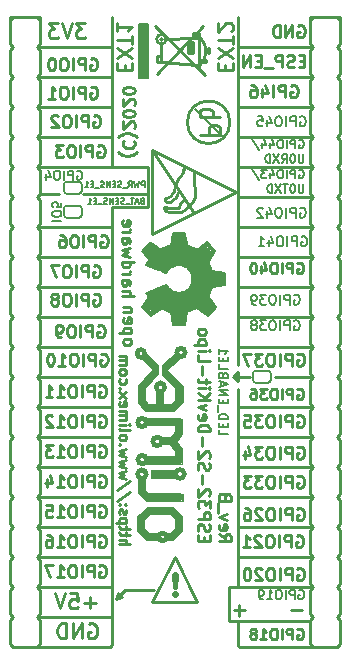
<source format=gbr>
G04 #@! TF.GenerationSoftware,KiCad,Pcbnew,5.1.0-rc2-unknown-036be7d~80~ubuntu16.04.1*
G04 #@! TF.CreationDate,2020-07-14T15:33:40+03:00*
G04 #@! TF.ProjectId,ESP32-S2-DevKit-Lipo_Rev_B,45535033-322d-4533-922d-4465764b6974,B*
G04 #@! TF.SameCoordinates,Original*
G04 #@! TF.FileFunction,Legend,Bot*
G04 #@! TF.FilePolarity,Positive*
%FSLAX46Y46*%
G04 Gerber Fmt 4.6, Leading zero omitted, Abs format (unit mm)*
G04 Created by KiCad (PCBNEW 5.1.0-rc2-unknown-036be7d~80~ubuntu16.04.1) date 2020-07-14 15:33:40*
%MOMM*%
%LPD*%
G04 APERTURE LIST*
%ADD10C,0.254000*%
%ADD11C,0.381000*%
%ADD12C,0.190500*%
%ADD13C,0.222250*%
%ADD14C,0.203200*%
%ADD15C,0.177800*%
%ADD16C,0.200000*%
%ADD17C,1.000000*%
%ADD18C,0.150000*%
%ADD19C,0.370000*%
%ADD20C,0.380000*%
%ADD21C,0.400000*%
%ADD22C,0.420000*%
%ADD23C,0.127000*%
%ADD24C,0.100000*%
%ADD25C,0.700000*%
%ADD26C,0.500000*%
%ADD27C,0.152400*%
G04 APERTURE END LIST*
D10*
X138726333Y-77518380D02*
X138774714Y-77566761D01*
X138919857Y-77663523D01*
X139016619Y-77711904D01*
X139161761Y-77760285D01*
X139403666Y-77808666D01*
X139597190Y-77808666D01*
X139839095Y-77760285D01*
X139984238Y-77711904D01*
X140081000Y-77663523D01*
X140226142Y-77566761D01*
X140274523Y-77518380D01*
X139210142Y-76550761D02*
X139161761Y-76599142D01*
X139113380Y-76744285D01*
X139113380Y-76841047D01*
X139161761Y-76986190D01*
X139258523Y-77082952D01*
X139355285Y-77131333D01*
X139548809Y-77179714D01*
X139693952Y-77179714D01*
X139887476Y-77131333D01*
X139984238Y-77082952D01*
X140081000Y-76986190D01*
X140129380Y-76841047D01*
X140129380Y-76744285D01*
X140081000Y-76599142D01*
X140032619Y-76550761D01*
X138726333Y-76212095D02*
X138774714Y-76163714D01*
X138919857Y-76066952D01*
X139016619Y-76018571D01*
X139161761Y-75970190D01*
X139403666Y-75921809D01*
X139597190Y-75921809D01*
X139839095Y-75970190D01*
X139984238Y-76018571D01*
X140081000Y-76066952D01*
X140226142Y-76163714D01*
X140274523Y-76212095D01*
X140032619Y-75486380D02*
X140081000Y-75438000D01*
X140129380Y-75341238D01*
X140129380Y-75099333D01*
X140081000Y-75002571D01*
X140032619Y-74954190D01*
X139935857Y-74905809D01*
X139839095Y-74905809D01*
X139693952Y-74954190D01*
X139113380Y-75534761D01*
X139113380Y-74905809D01*
X140129380Y-74276857D02*
X140129380Y-74180095D01*
X140081000Y-74083333D01*
X140032619Y-74034952D01*
X139935857Y-73986571D01*
X139742333Y-73938190D01*
X139500428Y-73938190D01*
X139306904Y-73986571D01*
X139210142Y-74034952D01*
X139161761Y-74083333D01*
X139113380Y-74180095D01*
X139113380Y-74276857D01*
X139161761Y-74373619D01*
X139210142Y-74422000D01*
X139306904Y-74470380D01*
X139500428Y-74518761D01*
X139742333Y-74518761D01*
X139935857Y-74470380D01*
X140032619Y-74422000D01*
X140081000Y-74373619D01*
X140129380Y-74276857D01*
X140032619Y-73551142D02*
X140081000Y-73502761D01*
X140129380Y-73406000D01*
X140129380Y-73164095D01*
X140081000Y-73067333D01*
X140032619Y-73018952D01*
X139935857Y-72970571D01*
X139839095Y-72970571D01*
X139693952Y-73018952D01*
X139113380Y-73599523D01*
X139113380Y-72970571D01*
X140129380Y-72341619D02*
X140129380Y-72244857D01*
X140081000Y-72148095D01*
X140032619Y-72099714D01*
X139935857Y-72051333D01*
X139742333Y-72002952D01*
X139500428Y-72002952D01*
X139306904Y-72051333D01*
X139210142Y-72099714D01*
X139161761Y-72148095D01*
X139113380Y-72244857D01*
X139113380Y-72341619D01*
X139161761Y-72438380D01*
X139210142Y-72486761D01*
X139306904Y-72535142D01*
X139500428Y-72583523D01*
X139742333Y-72583523D01*
X139935857Y-72535142D01*
X140032619Y-72486761D01*
X140081000Y-72438380D01*
X140129380Y-72341619D01*
X148844000Y-96901000D02*
X148844000Y-96139000D01*
X148844000Y-111760000D02*
X148844000Y-97536000D01*
X148844000Y-96901000D02*
X148463000Y-96520000D01*
X148463000Y-96520000D02*
X148844000Y-96139000D01*
X148463000Y-96520000D02*
X149860000Y-96520000D01*
X148971000Y-119380000D02*
X148844000Y-119253000D01*
X138557000Y-115316000D02*
X138684000Y-114808000D01*
X138557000Y-115316000D02*
X139065000Y-115189000D01*
X139319000Y-114554000D02*
X138557000Y-115316000D01*
X141732000Y-114554000D02*
X139319000Y-114554000D01*
X141605000Y-115570000D02*
X143510000Y-111760000D01*
X145415000Y-115570000D02*
X141605000Y-115570000D01*
X143510000Y-111760000D02*
X145415000Y-115570000D01*
D11*
X143510000Y-114808000D02*
X143425333Y-114892666D01*
X143510000Y-114977333D01*
X143594666Y-114892666D01*
X143510000Y-114808000D01*
X143510000Y-114977333D01*
X143510000Y-114300000D02*
X143594666Y-113284000D01*
X143510000Y-113199333D01*
X143425333Y-113284000D01*
X143510000Y-114300000D01*
X143510000Y-113199333D01*
D10*
X136373809Y-69596000D02*
X136470571Y-69547619D01*
X136615714Y-69547619D01*
X136760857Y-69596000D01*
X136857619Y-69692761D01*
X136906000Y-69789523D01*
X136954380Y-69983047D01*
X136954380Y-70128190D01*
X136906000Y-70321714D01*
X136857619Y-70418476D01*
X136760857Y-70515238D01*
X136615714Y-70563619D01*
X136518952Y-70563619D01*
X136373809Y-70515238D01*
X136325428Y-70466857D01*
X136325428Y-70128190D01*
X136518952Y-70128190D01*
X135890000Y-70563619D02*
X135890000Y-69547619D01*
X135502952Y-69547619D01*
X135406190Y-69596000D01*
X135357809Y-69644380D01*
X135309428Y-69741142D01*
X135309428Y-69886285D01*
X135357809Y-69983047D01*
X135406190Y-70031428D01*
X135502952Y-70079809D01*
X135890000Y-70079809D01*
X134874000Y-70563619D02*
X134874000Y-69547619D01*
X134196666Y-69547619D02*
X134003142Y-69547619D01*
X133906380Y-69596000D01*
X133809619Y-69692761D01*
X133761238Y-69886285D01*
X133761238Y-70224952D01*
X133809619Y-70418476D01*
X133906380Y-70515238D01*
X134003142Y-70563619D01*
X134196666Y-70563619D01*
X134293428Y-70515238D01*
X134390190Y-70418476D01*
X134438571Y-70224952D01*
X134438571Y-69886285D01*
X134390190Y-69692761D01*
X134293428Y-69596000D01*
X134196666Y-69547619D01*
X133132285Y-69547619D02*
X133035523Y-69547619D01*
X132938761Y-69596000D01*
X132890380Y-69644380D01*
X132842000Y-69741142D01*
X132793619Y-69934666D01*
X132793619Y-70176571D01*
X132842000Y-70370095D01*
X132890380Y-70466857D01*
X132938761Y-70515238D01*
X133035523Y-70563619D01*
X133132285Y-70563619D01*
X133229047Y-70515238D01*
X133277428Y-70466857D01*
X133325809Y-70370095D01*
X133374190Y-70176571D01*
X133374190Y-69934666D01*
X133325809Y-69741142D01*
X133277428Y-69644380D01*
X133229047Y-69596000D01*
X133132285Y-69547619D01*
X136373809Y-72009000D02*
X136470571Y-71960619D01*
X136615714Y-71960619D01*
X136760857Y-72009000D01*
X136857619Y-72105761D01*
X136906000Y-72202523D01*
X136954380Y-72396047D01*
X136954380Y-72541190D01*
X136906000Y-72734714D01*
X136857619Y-72831476D01*
X136760857Y-72928238D01*
X136615714Y-72976619D01*
X136518952Y-72976619D01*
X136373809Y-72928238D01*
X136325428Y-72879857D01*
X136325428Y-72541190D01*
X136518952Y-72541190D01*
X135890000Y-72976619D02*
X135890000Y-71960619D01*
X135502952Y-71960619D01*
X135406190Y-72009000D01*
X135357809Y-72057380D01*
X135309428Y-72154142D01*
X135309428Y-72299285D01*
X135357809Y-72396047D01*
X135406190Y-72444428D01*
X135502952Y-72492809D01*
X135890000Y-72492809D01*
X134874000Y-72976619D02*
X134874000Y-71960619D01*
X134196666Y-71960619D02*
X134003142Y-71960619D01*
X133906380Y-72009000D01*
X133809619Y-72105761D01*
X133761238Y-72299285D01*
X133761238Y-72637952D01*
X133809619Y-72831476D01*
X133906380Y-72928238D01*
X134003142Y-72976619D01*
X134196666Y-72976619D01*
X134293428Y-72928238D01*
X134390190Y-72831476D01*
X134438571Y-72637952D01*
X134438571Y-72299285D01*
X134390190Y-72105761D01*
X134293428Y-72009000D01*
X134196666Y-71960619D01*
X132793619Y-72976619D02*
X133374190Y-72976619D01*
X133083904Y-72976619D02*
X133083904Y-71960619D01*
X133180666Y-72105761D01*
X133277428Y-72202523D01*
X133374190Y-72250904D01*
X136627809Y-74422000D02*
X136724571Y-74373619D01*
X136869714Y-74373619D01*
X137014857Y-74422000D01*
X137111619Y-74518761D01*
X137160000Y-74615523D01*
X137208380Y-74809047D01*
X137208380Y-74954190D01*
X137160000Y-75147714D01*
X137111619Y-75244476D01*
X137014857Y-75341238D01*
X136869714Y-75389619D01*
X136772952Y-75389619D01*
X136627809Y-75341238D01*
X136579428Y-75292857D01*
X136579428Y-74954190D01*
X136772952Y-74954190D01*
X136144000Y-75389619D02*
X136144000Y-74373619D01*
X135756952Y-74373619D01*
X135660190Y-74422000D01*
X135611809Y-74470380D01*
X135563428Y-74567142D01*
X135563428Y-74712285D01*
X135611809Y-74809047D01*
X135660190Y-74857428D01*
X135756952Y-74905809D01*
X136144000Y-74905809D01*
X135128000Y-75389619D02*
X135128000Y-74373619D01*
X134450666Y-74373619D02*
X134257142Y-74373619D01*
X134160380Y-74422000D01*
X134063619Y-74518761D01*
X134015238Y-74712285D01*
X134015238Y-75050952D01*
X134063619Y-75244476D01*
X134160380Y-75341238D01*
X134257142Y-75389619D01*
X134450666Y-75389619D01*
X134547428Y-75341238D01*
X134644190Y-75244476D01*
X134692571Y-75050952D01*
X134692571Y-74712285D01*
X134644190Y-74518761D01*
X134547428Y-74422000D01*
X134450666Y-74373619D01*
X133628190Y-74470380D02*
X133579809Y-74422000D01*
X133483047Y-74373619D01*
X133241142Y-74373619D01*
X133144380Y-74422000D01*
X133096000Y-74470380D01*
X133047619Y-74567142D01*
X133047619Y-74663904D01*
X133096000Y-74809047D01*
X133676571Y-75389619D01*
X133047619Y-75389619D01*
X135938380Y-66614523D02*
X135152190Y-66614523D01*
X135575523Y-67098333D01*
X135394095Y-67098333D01*
X135273142Y-67158809D01*
X135212666Y-67219285D01*
X135152190Y-67340238D01*
X135152190Y-67642619D01*
X135212666Y-67763571D01*
X135273142Y-67824047D01*
X135394095Y-67884523D01*
X135756952Y-67884523D01*
X135877904Y-67824047D01*
X135938380Y-67763571D01*
X134789333Y-66614523D02*
X134366000Y-67884523D01*
X133942666Y-66614523D01*
X133640285Y-66614523D02*
X132854095Y-66614523D01*
X133277428Y-67098333D01*
X133096000Y-67098333D01*
X132975047Y-67158809D01*
X132914571Y-67219285D01*
X132854095Y-67340238D01*
X132854095Y-67642619D01*
X132914571Y-67763571D01*
X132975047Y-67824047D01*
X133096000Y-67884523D01*
X133458857Y-67884523D01*
X133579809Y-67824047D01*
X133640285Y-67763571D01*
X131826000Y-68580000D02*
X138176000Y-68580000D01*
X137008809Y-76962000D02*
X137105571Y-76913619D01*
X137250714Y-76913619D01*
X137395857Y-76962000D01*
X137492619Y-77058761D01*
X137541000Y-77155523D01*
X137589380Y-77349047D01*
X137589380Y-77494190D01*
X137541000Y-77687714D01*
X137492619Y-77784476D01*
X137395857Y-77881238D01*
X137250714Y-77929619D01*
X137153952Y-77929619D01*
X137008809Y-77881238D01*
X136960428Y-77832857D01*
X136960428Y-77494190D01*
X137153952Y-77494190D01*
X136525000Y-77929619D02*
X136525000Y-76913619D01*
X136137952Y-76913619D01*
X136041190Y-76962000D01*
X135992809Y-77010380D01*
X135944428Y-77107142D01*
X135944428Y-77252285D01*
X135992809Y-77349047D01*
X136041190Y-77397428D01*
X136137952Y-77445809D01*
X136525000Y-77445809D01*
X135509000Y-77929619D02*
X135509000Y-76913619D01*
X134831666Y-76913619D02*
X134638142Y-76913619D01*
X134541380Y-76962000D01*
X134444619Y-77058761D01*
X134396238Y-77252285D01*
X134396238Y-77590952D01*
X134444619Y-77784476D01*
X134541380Y-77881238D01*
X134638142Y-77929619D01*
X134831666Y-77929619D01*
X134928428Y-77881238D01*
X135025190Y-77784476D01*
X135073571Y-77590952D01*
X135073571Y-77252285D01*
X135025190Y-77058761D01*
X134928428Y-76962000D01*
X134831666Y-76913619D01*
X134057571Y-76913619D02*
X133428619Y-76913619D01*
X133767285Y-77300666D01*
X133622142Y-77300666D01*
X133525380Y-77349047D01*
X133477000Y-77397428D01*
X133428619Y-77494190D01*
X133428619Y-77736095D01*
X133477000Y-77832857D01*
X133525380Y-77881238D01*
X133622142Y-77929619D01*
X133912428Y-77929619D01*
X134009190Y-77881238D01*
X134057571Y-77832857D01*
X135763000Y-81026000D02*
X141224000Y-81026000D01*
D12*
X135236857Y-79121000D02*
X135309428Y-79084714D01*
X135418285Y-79084714D01*
X135527142Y-79121000D01*
X135599714Y-79193571D01*
X135636000Y-79266142D01*
X135672285Y-79411285D01*
X135672285Y-79520142D01*
X135636000Y-79665285D01*
X135599714Y-79737857D01*
X135527142Y-79810428D01*
X135418285Y-79846714D01*
X135345714Y-79846714D01*
X135236857Y-79810428D01*
X135200571Y-79774142D01*
X135200571Y-79520142D01*
X135345714Y-79520142D01*
X134874000Y-79846714D02*
X134874000Y-79084714D01*
X134583714Y-79084714D01*
X134511142Y-79121000D01*
X134474857Y-79157285D01*
X134438571Y-79229857D01*
X134438571Y-79338714D01*
X134474857Y-79411285D01*
X134511142Y-79447571D01*
X134583714Y-79483857D01*
X134874000Y-79483857D01*
X134112000Y-79846714D02*
X134112000Y-79084714D01*
X133604000Y-79084714D02*
X133458857Y-79084714D01*
X133386285Y-79121000D01*
X133313714Y-79193571D01*
X133277428Y-79338714D01*
X133277428Y-79592714D01*
X133313714Y-79737857D01*
X133386285Y-79810428D01*
X133458857Y-79846714D01*
X133604000Y-79846714D01*
X133676571Y-79810428D01*
X133749142Y-79737857D01*
X133785428Y-79592714D01*
X133785428Y-79338714D01*
X133749142Y-79193571D01*
X133676571Y-79121000D01*
X133604000Y-79084714D01*
X132624285Y-79338714D02*
X132624285Y-79846714D01*
X132805714Y-79048428D02*
X132987142Y-79592714D01*
X132515428Y-79592714D01*
D10*
X138176000Y-82169000D02*
X141224000Y-82169000D01*
D12*
X133132285Y-83312000D02*
X133894285Y-83312000D01*
X133894285Y-82804000D02*
X133894285Y-82658857D01*
X133858000Y-82586285D01*
X133785428Y-82513714D01*
X133640285Y-82477428D01*
X133386285Y-82477428D01*
X133241142Y-82513714D01*
X133168571Y-82586285D01*
X133132285Y-82658857D01*
X133132285Y-82804000D01*
X133168571Y-82876571D01*
X133241142Y-82949142D01*
X133386285Y-82985428D01*
X133640285Y-82985428D01*
X133785428Y-82949142D01*
X133858000Y-82876571D01*
X133894285Y-82804000D01*
X133894285Y-81788000D02*
X133894285Y-82150857D01*
X133531428Y-82187142D01*
X133567714Y-82150857D01*
X133604000Y-82078285D01*
X133604000Y-81896857D01*
X133567714Y-81824285D01*
X133531428Y-81788000D01*
X133458857Y-81751714D01*
X133277428Y-81751714D01*
X133204857Y-81788000D01*
X133168571Y-81824285D01*
X133132285Y-81896857D01*
X133132285Y-82078285D01*
X133168571Y-82150857D01*
X133204857Y-82187142D01*
D10*
X137262809Y-84582000D02*
X137359571Y-84533619D01*
X137504714Y-84533619D01*
X137649857Y-84582000D01*
X137746619Y-84678761D01*
X137795000Y-84775523D01*
X137843380Y-84969047D01*
X137843380Y-85114190D01*
X137795000Y-85307714D01*
X137746619Y-85404476D01*
X137649857Y-85501238D01*
X137504714Y-85549619D01*
X137407952Y-85549619D01*
X137262809Y-85501238D01*
X137214428Y-85452857D01*
X137214428Y-85114190D01*
X137407952Y-85114190D01*
X136779000Y-85549619D02*
X136779000Y-84533619D01*
X136391952Y-84533619D01*
X136295190Y-84582000D01*
X136246809Y-84630380D01*
X136198428Y-84727142D01*
X136198428Y-84872285D01*
X136246809Y-84969047D01*
X136295190Y-85017428D01*
X136391952Y-85065809D01*
X136779000Y-85065809D01*
X135763000Y-85549619D02*
X135763000Y-84533619D01*
X135085666Y-84533619D02*
X134892142Y-84533619D01*
X134795380Y-84582000D01*
X134698619Y-84678761D01*
X134650238Y-84872285D01*
X134650238Y-85210952D01*
X134698619Y-85404476D01*
X134795380Y-85501238D01*
X134892142Y-85549619D01*
X135085666Y-85549619D01*
X135182428Y-85501238D01*
X135279190Y-85404476D01*
X135327571Y-85210952D01*
X135327571Y-84872285D01*
X135279190Y-84678761D01*
X135182428Y-84582000D01*
X135085666Y-84533619D01*
X133779380Y-84533619D02*
X133972904Y-84533619D01*
X134069666Y-84582000D01*
X134118047Y-84630380D01*
X134214809Y-84775523D01*
X134263190Y-84969047D01*
X134263190Y-85356095D01*
X134214809Y-85452857D01*
X134166428Y-85501238D01*
X134069666Y-85549619D01*
X133876142Y-85549619D01*
X133779380Y-85501238D01*
X133731000Y-85452857D01*
X133682619Y-85356095D01*
X133682619Y-85114190D01*
X133731000Y-85017428D01*
X133779380Y-84969047D01*
X133876142Y-84920666D01*
X134069666Y-84920666D01*
X134166428Y-84969047D01*
X134214809Y-85017428D01*
X134263190Y-85114190D01*
X136627809Y-87122000D02*
X136724571Y-87073619D01*
X136869714Y-87073619D01*
X137014857Y-87122000D01*
X137111619Y-87218761D01*
X137160000Y-87315523D01*
X137208380Y-87509047D01*
X137208380Y-87654190D01*
X137160000Y-87847714D01*
X137111619Y-87944476D01*
X137014857Y-88041238D01*
X136869714Y-88089619D01*
X136772952Y-88089619D01*
X136627809Y-88041238D01*
X136579428Y-87992857D01*
X136579428Y-87654190D01*
X136772952Y-87654190D01*
X136144000Y-88089619D02*
X136144000Y-87073619D01*
X135756952Y-87073619D01*
X135660190Y-87122000D01*
X135611809Y-87170380D01*
X135563428Y-87267142D01*
X135563428Y-87412285D01*
X135611809Y-87509047D01*
X135660190Y-87557428D01*
X135756952Y-87605809D01*
X136144000Y-87605809D01*
X135128000Y-88089619D02*
X135128000Y-87073619D01*
X134450666Y-87073619D02*
X134257142Y-87073619D01*
X134160380Y-87122000D01*
X134063619Y-87218761D01*
X134015238Y-87412285D01*
X134015238Y-87750952D01*
X134063619Y-87944476D01*
X134160380Y-88041238D01*
X134257142Y-88089619D01*
X134450666Y-88089619D01*
X134547428Y-88041238D01*
X134644190Y-87944476D01*
X134692571Y-87750952D01*
X134692571Y-87412285D01*
X134644190Y-87218761D01*
X134547428Y-87122000D01*
X134450666Y-87073619D01*
X133676571Y-87073619D02*
X132999238Y-87073619D01*
X133434666Y-88089619D01*
X136627809Y-89535000D02*
X136724571Y-89486619D01*
X136869714Y-89486619D01*
X137014857Y-89535000D01*
X137111619Y-89631761D01*
X137160000Y-89728523D01*
X137208380Y-89922047D01*
X137208380Y-90067190D01*
X137160000Y-90260714D01*
X137111619Y-90357476D01*
X137014857Y-90454238D01*
X136869714Y-90502619D01*
X136772952Y-90502619D01*
X136627809Y-90454238D01*
X136579428Y-90405857D01*
X136579428Y-90067190D01*
X136772952Y-90067190D01*
X136144000Y-90502619D02*
X136144000Y-89486619D01*
X135756952Y-89486619D01*
X135660190Y-89535000D01*
X135611809Y-89583380D01*
X135563428Y-89680142D01*
X135563428Y-89825285D01*
X135611809Y-89922047D01*
X135660190Y-89970428D01*
X135756952Y-90018809D01*
X136144000Y-90018809D01*
X135128000Y-90502619D02*
X135128000Y-89486619D01*
X134450666Y-89486619D02*
X134257142Y-89486619D01*
X134160380Y-89535000D01*
X134063619Y-89631761D01*
X134015238Y-89825285D01*
X134015238Y-90163952D01*
X134063619Y-90357476D01*
X134160380Y-90454238D01*
X134257142Y-90502619D01*
X134450666Y-90502619D01*
X134547428Y-90454238D01*
X134644190Y-90357476D01*
X134692571Y-90163952D01*
X134692571Y-89825285D01*
X134644190Y-89631761D01*
X134547428Y-89535000D01*
X134450666Y-89486619D01*
X133434666Y-89922047D02*
X133531428Y-89873666D01*
X133579809Y-89825285D01*
X133628190Y-89728523D01*
X133628190Y-89680142D01*
X133579809Y-89583380D01*
X133531428Y-89535000D01*
X133434666Y-89486619D01*
X133241142Y-89486619D01*
X133144380Y-89535000D01*
X133096000Y-89583380D01*
X133047619Y-89680142D01*
X133047619Y-89728523D01*
X133096000Y-89825285D01*
X133144380Y-89873666D01*
X133241142Y-89922047D01*
X133434666Y-89922047D01*
X133531428Y-89970428D01*
X133579809Y-90018809D01*
X133628190Y-90115571D01*
X133628190Y-90309095D01*
X133579809Y-90405857D01*
X133531428Y-90454238D01*
X133434666Y-90502619D01*
X133241142Y-90502619D01*
X133144380Y-90454238D01*
X133096000Y-90405857D01*
X133047619Y-90309095D01*
X133047619Y-90115571D01*
X133096000Y-90018809D01*
X133144380Y-89970428D01*
X133241142Y-89922047D01*
X137238619Y-94615000D02*
X137335380Y-94566619D01*
X137480523Y-94566619D01*
X137625666Y-94615000D01*
X137722428Y-94711761D01*
X137770809Y-94808523D01*
X137819190Y-95002047D01*
X137819190Y-95147190D01*
X137770809Y-95340714D01*
X137722428Y-95437476D01*
X137625666Y-95534238D01*
X137480523Y-95582619D01*
X137383761Y-95582619D01*
X137238619Y-95534238D01*
X137190238Y-95485857D01*
X137190238Y-95147190D01*
X137383761Y-95147190D01*
X136754809Y-95582619D02*
X136754809Y-94566619D01*
X136367761Y-94566619D01*
X136271000Y-94615000D01*
X136222619Y-94663380D01*
X136174238Y-94760142D01*
X136174238Y-94905285D01*
X136222619Y-95002047D01*
X136271000Y-95050428D01*
X136367761Y-95098809D01*
X136754809Y-95098809D01*
X135738809Y-95582619D02*
X135738809Y-94566619D01*
X135061476Y-94566619D02*
X134867952Y-94566619D01*
X134771190Y-94615000D01*
X134674428Y-94711761D01*
X134626047Y-94905285D01*
X134626047Y-95243952D01*
X134674428Y-95437476D01*
X134771190Y-95534238D01*
X134867952Y-95582619D01*
X135061476Y-95582619D01*
X135158238Y-95534238D01*
X135255000Y-95437476D01*
X135303380Y-95243952D01*
X135303380Y-94905285D01*
X135255000Y-94711761D01*
X135158238Y-94615000D01*
X135061476Y-94566619D01*
X133658428Y-95582619D02*
X134239000Y-95582619D01*
X133948714Y-95582619D02*
X133948714Y-94566619D01*
X134045476Y-94711761D01*
X134142238Y-94808523D01*
X134239000Y-94856904D01*
X133029476Y-94566619D02*
X132932714Y-94566619D01*
X132835952Y-94615000D01*
X132787571Y-94663380D01*
X132739190Y-94760142D01*
X132690809Y-94953666D01*
X132690809Y-95195571D01*
X132739190Y-95389095D01*
X132787571Y-95485857D01*
X132835952Y-95534238D01*
X132932714Y-95582619D01*
X133029476Y-95582619D01*
X133126238Y-95534238D01*
X133174619Y-95485857D01*
X133223000Y-95389095D01*
X133271380Y-95195571D01*
X133271380Y-94953666D01*
X133223000Y-94760142D01*
X133174619Y-94663380D01*
X133126238Y-94615000D01*
X133029476Y-94566619D01*
X137111619Y-97282000D02*
X137208380Y-97233619D01*
X137353523Y-97233619D01*
X137498666Y-97282000D01*
X137595428Y-97378761D01*
X137643809Y-97475523D01*
X137692190Y-97669047D01*
X137692190Y-97814190D01*
X137643809Y-98007714D01*
X137595428Y-98104476D01*
X137498666Y-98201238D01*
X137353523Y-98249619D01*
X137256761Y-98249619D01*
X137111619Y-98201238D01*
X137063238Y-98152857D01*
X137063238Y-97814190D01*
X137256761Y-97814190D01*
X136627809Y-98249619D02*
X136627809Y-97233619D01*
X136240761Y-97233619D01*
X136144000Y-97282000D01*
X136095619Y-97330380D01*
X136047238Y-97427142D01*
X136047238Y-97572285D01*
X136095619Y-97669047D01*
X136144000Y-97717428D01*
X136240761Y-97765809D01*
X136627809Y-97765809D01*
X135611809Y-98249619D02*
X135611809Y-97233619D01*
X134934476Y-97233619D02*
X134740952Y-97233619D01*
X134644190Y-97282000D01*
X134547428Y-97378761D01*
X134499047Y-97572285D01*
X134499047Y-97910952D01*
X134547428Y-98104476D01*
X134644190Y-98201238D01*
X134740952Y-98249619D01*
X134934476Y-98249619D01*
X135031238Y-98201238D01*
X135128000Y-98104476D01*
X135176380Y-97910952D01*
X135176380Y-97572285D01*
X135128000Y-97378761D01*
X135031238Y-97282000D01*
X134934476Y-97233619D01*
X133531428Y-98249619D02*
X134112000Y-98249619D01*
X133821714Y-98249619D02*
X133821714Y-97233619D01*
X133918476Y-97378761D01*
X134015238Y-97475523D01*
X134112000Y-97523904D01*
X132563809Y-98249619D02*
X133144380Y-98249619D01*
X132854095Y-98249619D02*
X132854095Y-97233619D01*
X132950857Y-97378761D01*
X133047619Y-97475523D01*
X133144380Y-97523904D01*
X137111619Y-99822000D02*
X137208380Y-99773619D01*
X137353523Y-99773619D01*
X137498666Y-99822000D01*
X137595428Y-99918761D01*
X137643809Y-100015523D01*
X137692190Y-100209047D01*
X137692190Y-100354190D01*
X137643809Y-100547714D01*
X137595428Y-100644476D01*
X137498666Y-100741238D01*
X137353523Y-100789619D01*
X137256761Y-100789619D01*
X137111619Y-100741238D01*
X137063238Y-100692857D01*
X137063238Y-100354190D01*
X137256761Y-100354190D01*
X136627809Y-100789619D02*
X136627809Y-99773619D01*
X136240761Y-99773619D01*
X136144000Y-99822000D01*
X136095619Y-99870380D01*
X136047238Y-99967142D01*
X136047238Y-100112285D01*
X136095619Y-100209047D01*
X136144000Y-100257428D01*
X136240761Y-100305809D01*
X136627809Y-100305809D01*
X135611809Y-100789619D02*
X135611809Y-99773619D01*
X134934476Y-99773619D02*
X134740952Y-99773619D01*
X134644190Y-99822000D01*
X134547428Y-99918761D01*
X134499047Y-100112285D01*
X134499047Y-100450952D01*
X134547428Y-100644476D01*
X134644190Y-100741238D01*
X134740952Y-100789619D01*
X134934476Y-100789619D01*
X135031238Y-100741238D01*
X135128000Y-100644476D01*
X135176380Y-100450952D01*
X135176380Y-100112285D01*
X135128000Y-99918761D01*
X135031238Y-99822000D01*
X134934476Y-99773619D01*
X133531428Y-100789619D02*
X134112000Y-100789619D01*
X133821714Y-100789619D02*
X133821714Y-99773619D01*
X133918476Y-99918761D01*
X134015238Y-100015523D01*
X134112000Y-100063904D01*
X133144380Y-99870380D02*
X133096000Y-99822000D01*
X132999238Y-99773619D01*
X132757333Y-99773619D01*
X132660571Y-99822000D01*
X132612190Y-99870380D01*
X132563809Y-99967142D01*
X132563809Y-100063904D01*
X132612190Y-100209047D01*
X133192761Y-100789619D01*
X132563809Y-100789619D01*
X137111619Y-102362000D02*
X137208380Y-102313619D01*
X137353523Y-102313619D01*
X137498666Y-102362000D01*
X137595428Y-102458761D01*
X137643809Y-102555523D01*
X137692190Y-102749047D01*
X137692190Y-102894190D01*
X137643809Y-103087714D01*
X137595428Y-103184476D01*
X137498666Y-103281238D01*
X137353523Y-103329619D01*
X137256761Y-103329619D01*
X137111619Y-103281238D01*
X137063238Y-103232857D01*
X137063238Y-102894190D01*
X137256761Y-102894190D01*
X136627809Y-103329619D02*
X136627809Y-102313619D01*
X136240761Y-102313619D01*
X136144000Y-102362000D01*
X136095619Y-102410380D01*
X136047238Y-102507142D01*
X136047238Y-102652285D01*
X136095619Y-102749047D01*
X136144000Y-102797428D01*
X136240761Y-102845809D01*
X136627809Y-102845809D01*
X135611809Y-103329619D02*
X135611809Y-102313619D01*
X134934476Y-102313619D02*
X134740952Y-102313619D01*
X134644190Y-102362000D01*
X134547428Y-102458761D01*
X134499047Y-102652285D01*
X134499047Y-102990952D01*
X134547428Y-103184476D01*
X134644190Y-103281238D01*
X134740952Y-103329619D01*
X134934476Y-103329619D01*
X135031238Y-103281238D01*
X135128000Y-103184476D01*
X135176380Y-102990952D01*
X135176380Y-102652285D01*
X135128000Y-102458761D01*
X135031238Y-102362000D01*
X134934476Y-102313619D01*
X133531428Y-103329619D02*
X134112000Y-103329619D01*
X133821714Y-103329619D02*
X133821714Y-102313619D01*
X133918476Y-102458761D01*
X134015238Y-102555523D01*
X134112000Y-102603904D01*
X133192761Y-102313619D02*
X132563809Y-102313619D01*
X132902476Y-102700666D01*
X132757333Y-102700666D01*
X132660571Y-102749047D01*
X132612190Y-102797428D01*
X132563809Y-102894190D01*
X132563809Y-103136095D01*
X132612190Y-103232857D01*
X132660571Y-103281238D01*
X132757333Y-103329619D01*
X133047619Y-103329619D01*
X133144380Y-103281238D01*
X133192761Y-103232857D01*
X137111619Y-104902000D02*
X137208380Y-104853619D01*
X137353523Y-104853619D01*
X137498666Y-104902000D01*
X137595428Y-104998761D01*
X137643809Y-105095523D01*
X137692190Y-105289047D01*
X137692190Y-105434190D01*
X137643809Y-105627714D01*
X137595428Y-105724476D01*
X137498666Y-105821238D01*
X137353523Y-105869619D01*
X137256761Y-105869619D01*
X137111619Y-105821238D01*
X137063238Y-105772857D01*
X137063238Y-105434190D01*
X137256761Y-105434190D01*
X136627809Y-105869619D02*
X136627809Y-104853619D01*
X136240761Y-104853619D01*
X136144000Y-104902000D01*
X136095619Y-104950380D01*
X136047238Y-105047142D01*
X136047238Y-105192285D01*
X136095619Y-105289047D01*
X136144000Y-105337428D01*
X136240761Y-105385809D01*
X136627809Y-105385809D01*
X135611809Y-105869619D02*
X135611809Y-104853619D01*
X134934476Y-104853619D02*
X134740952Y-104853619D01*
X134644190Y-104902000D01*
X134547428Y-104998761D01*
X134499047Y-105192285D01*
X134499047Y-105530952D01*
X134547428Y-105724476D01*
X134644190Y-105821238D01*
X134740952Y-105869619D01*
X134934476Y-105869619D01*
X135031238Y-105821238D01*
X135128000Y-105724476D01*
X135176380Y-105530952D01*
X135176380Y-105192285D01*
X135128000Y-104998761D01*
X135031238Y-104902000D01*
X134934476Y-104853619D01*
X133531428Y-105869619D02*
X134112000Y-105869619D01*
X133821714Y-105869619D02*
X133821714Y-104853619D01*
X133918476Y-104998761D01*
X134015238Y-105095523D01*
X134112000Y-105143904D01*
X132660571Y-105192285D02*
X132660571Y-105869619D01*
X132902476Y-104805238D02*
X133144380Y-105530952D01*
X132515428Y-105530952D01*
X137111619Y-112522000D02*
X137208380Y-112473619D01*
X137353523Y-112473619D01*
X137498666Y-112522000D01*
X137595428Y-112618761D01*
X137643809Y-112715523D01*
X137692190Y-112909047D01*
X137692190Y-113054190D01*
X137643809Y-113247714D01*
X137595428Y-113344476D01*
X137498666Y-113441238D01*
X137353523Y-113489619D01*
X137256761Y-113489619D01*
X137111619Y-113441238D01*
X137063238Y-113392857D01*
X137063238Y-113054190D01*
X137256761Y-113054190D01*
X136627809Y-113489619D02*
X136627809Y-112473619D01*
X136240761Y-112473619D01*
X136144000Y-112522000D01*
X136095619Y-112570380D01*
X136047238Y-112667142D01*
X136047238Y-112812285D01*
X136095619Y-112909047D01*
X136144000Y-112957428D01*
X136240761Y-113005809D01*
X136627809Y-113005809D01*
X135611809Y-113489619D02*
X135611809Y-112473619D01*
X134934476Y-112473619D02*
X134740952Y-112473619D01*
X134644190Y-112522000D01*
X134547428Y-112618761D01*
X134499047Y-112812285D01*
X134499047Y-113150952D01*
X134547428Y-113344476D01*
X134644190Y-113441238D01*
X134740952Y-113489619D01*
X134934476Y-113489619D01*
X135031238Y-113441238D01*
X135128000Y-113344476D01*
X135176380Y-113150952D01*
X135176380Y-112812285D01*
X135128000Y-112618761D01*
X135031238Y-112522000D01*
X134934476Y-112473619D01*
X133531428Y-113489619D02*
X134112000Y-113489619D01*
X133821714Y-113489619D02*
X133821714Y-112473619D01*
X133918476Y-112618761D01*
X134015238Y-112715523D01*
X134112000Y-112763904D01*
X133192761Y-112473619D02*
X132515428Y-112473619D01*
X132950857Y-113489619D01*
X137111619Y-109982000D02*
X137208380Y-109933619D01*
X137353523Y-109933619D01*
X137498666Y-109982000D01*
X137595428Y-110078761D01*
X137643809Y-110175523D01*
X137692190Y-110369047D01*
X137692190Y-110514190D01*
X137643809Y-110707714D01*
X137595428Y-110804476D01*
X137498666Y-110901238D01*
X137353523Y-110949619D01*
X137256761Y-110949619D01*
X137111619Y-110901238D01*
X137063238Y-110852857D01*
X137063238Y-110514190D01*
X137256761Y-110514190D01*
X136627809Y-110949619D02*
X136627809Y-109933619D01*
X136240761Y-109933619D01*
X136144000Y-109982000D01*
X136095619Y-110030380D01*
X136047238Y-110127142D01*
X136047238Y-110272285D01*
X136095619Y-110369047D01*
X136144000Y-110417428D01*
X136240761Y-110465809D01*
X136627809Y-110465809D01*
X135611809Y-110949619D02*
X135611809Y-109933619D01*
X134934476Y-109933619D02*
X134740952Y-109933619D01*
X134644190Y-109982000D01*
X134547428Y-110078761D01*
X134499047Y-110272285D01*
X134499047Y-110610952D01*
X134547428Y-110804476D01*
X134644190Y-110901238D01*
X134740952Y-110949619D01*
X134934476Y-110949619D01*
X135031238Y-110901238D01*
X135128000Y-110804476D01*
X135176380Y-110610952D01*
X135176380Y-110272285D01*
X135128000Y-110078761D01*
X135031238Y-109982000D01*
X134934476Y-109933619D01*
X133531428Y-110949619D02*
X134112000Y-110949619D01*
X133821714Y-110949619D02*
X133821714Y-109933619D01*
X133918476Y-110078761D01*
X134015238Y-110175523D01*
X134112000Y-110223904D01*
X132660571Y-109933619D02*
X132854095Y-109933619D01*
X132950857Y-109982000D01*
X132999238Y-110030380D01*
X133096000Y-110175523D01*
X133144380Y-110369047D01*
X133144380Y-110756095D01*
X133096000Y-110852857D01*
X133047619Y-110901238D01*
X132950857Y-110949619D01*
X132757333Y-110949619D01*
X132660571Y-110901238D01*
X132612190Y-110852857D01*
X132563809Y-110756095D01*
X132563809Y-110514190D01*
X132612190Y-110417428D01*
X132660571Y-110369047D01*
X132757333Y-110320666D01*
X132950857Y-110320666D01*
X133047619Y-110369047D01*
X133096000Y-110417428D01*
X133144380Y-110514190D01*
X136824357Y-115660714D02*
X135856738Y-115660714D01*
X136340547Y-116144523D02*
X136340547Y-115176904D01*
X134647214Y-114874523D02*
X135251976Y-114874523D01*
X135312452Y-115479285D01*
X135251976Y-115418809D01*
X135131023Y-115358333D01*
X134828642Y-115358333D01*
X134707690Y-115418809D01*
X134647214Y-115479285D01*
X134586738Y-115600238D01*
X134586738Y-115902619D01*
X134647214Y-116023571D01*
X134707690Y-116084047D01*
X134828642Y-116144523D01*
X135131023Y-116144523D01*
X135251976Y-116084047D01*
X135312452Y-116023571D01*
X134223880Y-114874523D02*
X133800547Y-116144523D01*
X133377214Y-114874523D01*
X148082000Y-114300001D02*
X148082000Y-117221000D01*
X148844000Y-114300000D02*
X148082000Y-114300000D01*
X148844000Y-117221000D02*
X148082000Y-117221000D01*
X148844000Y-119253000D02*
X148844000Y-117221000D01*
D13*
X153881666Y-117919500D02*
X153966333Y-117877166D01*
X154093333Y-117877166D01*
X154220333Y-117919500D01*
X154305000Y-118004166D01*
X154347333Y-118088833D01*
X154389666Y-118258166D01*
X154389666Y-118385166D01*
X154347333Y-118554500D01*
X154305000Y-118639166D01*
X154220333Y-118723833D01*
X154093333Y-118766166D01*
X154008666Y-118766166D01*
X153881666Y-118723833D01*
X153839333Y-118681500D01*
X153839333Y-118385166D01*
X154008666Y-118385166D01*
X153458333Y-118766166D02*
X153458333Y-117877166D01*
X153119666Y-117877166D01*
X153035000Y-117919500D01*
X152992666Y-117961833D01*
X152950333Y-118046500D01*
X152950333Y-118173500D01*
X152992666Y-118258166D01*
X153035000Y-118300500D01*
X153119666Y-118342833D01*
X153458333Y-118342833D01*
X152569333Y-118766166D02*
X152569333Y-117877166D01*
X151976666Y-117877166D02*
X151807333Y-117877166D01*
X151722666Y-117919500D01*
X151638000Y-118004166D01*
X151595666Y-118173500D01*
X151595666Y-118469833D01*
X151638000Y-118639166D01*
X151722666Y-118723833D01*
X151807333Y-118766166D01*
X151976666Y-118766166D01*
X152061333Y-118723833D01*
X152146000Y-118639166D01*
X152188333Y-118469833D01*
X152188333Y-118173500D01*
X152146000Y-118004166D01*
X152061333Y-117919500D01*
X151976666Y-117877166D01*
X150749000Y-118766166D02*
X151257000Y-118766166D01*
X151003000Y-118766166D02*
X151003000Y-117877166D01*
X151087666Y-118004166D01*
X151172333Y-118088833D01*
X151257000Y-118131166D01*
X150241000Y-118258166D02*
X150325666Y-118215833D01*
X150368000Y-118173500D01*
X150410333Y-118088833D01*
X150410333Y-118046500D01*
X150368000Y-117961833D01*
X150325666Y-117919500D01*
X150241000Y-117877166D01*
X150071666Y-117877166D01*
X149987000Y-117919500D01*
X149944666Y-117961833D01*
X149902333Y-118046500D01*
X149902333Y-118088833D01*
X149944666Y-118173500D01*
X149987000Y-118215833D01*
X150071666Y-118258166D01*
X150241000Y-118258166D01*
X150325666Y-118300500D01*
X150368000Y-118342833D01*
X150410333Y-118427500D01*
X150410333Y-118596833D01*
X150368000Y-118681500D01*
X150325666Y-118723833D01*
X150241000Y-118766166D01*
X150071666Y-118766166D01*
X149987000Y-118723833D01*
X149944666Y-118681500D01*
X149902333Y-118596833D01*
X149902333Y-118427500D01*
X149944666Y-118342833D01*
X149987000Y-118300500D01*
X150071666Y-118258166D01*
D12*
X154014714Y-114617500D02*
X154087285Y-114581214D01*
X154196142Y-114581214D01*
X154305000Y-114617500D01*
X154377571Y-114690071D01*
X154413857Y-114762642D01*
X154450142Y-114907785D01*
X154450142Y-115016642D01*
X154413857Y-115161785D01*
X154377571Y-115234357D01*
X154305000Y-115306928D01*
X154196142Y-115343214D01*
X154123571Y-115343214D01*
X154014714Y-115306928D01*
X153978428Y-115270642D01*
X153978428Y-115016642D01*
X154123571Y-115016642D01*
X153651857Y-115343214D02*
X153651857Y-114581214D01*
X153361571Y-114581214D01*
X153289000Y-114617500D01*
X153252714Y-114653785D01*
X153216428Y-114726357D01*
X153216428Y-114835214D01*
X153252714Y-114907785D01*
X153289000Y-114944071D01*
X153361571Y-114980357D01*
X153651857Y-114980357D01*
X152889857Y-115343214D02*
X152889857Y-114581214D01*
X152381857Y-114581214D02*
X152236714Y-114581214D01*
X152164142Y-114617500D01*
X152091571Y-114690071D01*
X152055285Y-114835214D01*
X152055285Y-115089214D01*
X152091571Y-115234357D01*
X152164142Y-115306928D01*
X152236714Y-115343214D01*
X152381857Y-115343214D01*
X152454428Y-115306928D01*
X152527000Y-115234357D01*
X152563285Y-115089214D01*
X152563285Y-114835214D01*
X152527000Y-114690071D01*
X152454428Y-114617500D01*
X152381857Y-114581214D01*
X151329571Y-115343214D02*
X151765000Y-115343214D01*
X151547285Y-115343214D02*
X151547285Y-114581214D01*
X151619857Y-114690071D01*
X151692428Y-114762642D01*
X151765000Y-114798928D01*
X150966714Y-115343214D02*
X150821571Y-115343214D01*
X150749000Y-115306928D01*
X150712714Y-115270642D01*
X150640142Y-115161785D01*
X150603857Y-115016642D01*
X150603857Y-114726357D01*
X150640142Y-114653785D01*
X150676428Y-114617500D01*
X150749000Y-114581214D01*
X150894142Y-114581214D01*
X150966714Y-114617500D01*
X151003000Y-114653785D01*
X151039285Y-114726357D01*
X151039285Y-114907785D01*
X151003000Y-114980357D01*
X150966714Y-115016642D01*
X150894142Y-115052928D01*
X150749000Y-115052928D01*
X150676428Y-115016642D01*
X150640142Y-114980357D01*
X150603857Y-114907785D01*
D10*
X153875619Y-112776000D02*
X153972380Y-112727619D01*
X154117523Y-112727619D01*
X154262666Y-112776000D01*
X154359428Y-112872761D01*
X154407809Y-112969523D01*
X154456190Y-113163047D01*
X154456190Y-113308190D01*
X154407809Y-113501714D01*
X154359428Y-113598476D01*
X154262666Y-113695238D01*
X154117523Y-113743619D01*
X154020761Y-113743619D01*
X153875619Y-113695238D01*
X153827238Y-113646857D01*
X153827238Y-113308190D01*
X154020761Y-113308190D01*
X153391809Y-113743619D02*
X153391809Y-112727619D01*
X153004761Y-112727619D01*
X152908000Y-112776000D01*
X152859619Y-112824380D01*
X152811238Y-112921142D01*
X152811238Y-113066285D01*
X152859619Y-113163047D01*
X152908000Y-113211428D01*
X153004761Y-113259809D01*
X153391809Y-113259809D01*
X152375809Y-113743619D02*
X152375809Y-112727619D01*
X151698476Y-112727619D02*
X151504952Y-112727619D01*
X151408190Y-112776000D01*
X151311428Y-112872761D01*
X151263047Y-113066285D01*
X151263047Y-113404952D01*
X151311428Y-113598476D01*
X151408190Y-113695238D01*
X151504952Y-113743619D01*
X151698476Y-113743619D01*
X151795238Y-113695238D01*
X151892000Y-113598476D01*
X151940380Y-113404952D01*
X151940380Y-113066285D01*
X151892000Y-112872761D01*
X151795238Y-112776000D01*
X151698476Y-112727619D01*
X150876000Y-112824380D02*
X150827619Y-112776000D01*
X150730857Y-112727619D01*
X150488952Y-112727619D01*
X150392190Y-112776000D01*
X150343809Y-112824380D01*
X150295428Y-112921142D01*
X150295428Y-113017904D01*
X150343809Y-113163047D01*
X150924380Y-113743619D01*
X150295428Y-113743619D01*
X149666476Y-112727619D02*
X149569714Y-112727619D01*
X149472952Y-112776000D01*
X149424571Y-112824380D01*
X149376190Y-112921142D01*
X149327809Y-113114666D01*
X149327809Y-113356571D01*
X149376190Y-113550095D01*
X149424571Y-113646857D01*
X149472952Y-113695238D01*
X149569714Y-113743619D01*
X149666476Y-113743619D01*
X149763238Y-113695238D01*
X149811619Y-113646857D01*
X149860000Y-113550095D01*
X149908380Y-113356571D01*
X149908380Y-113114666D01*
X149860000Y-112921142D01*
X149811619Y-112824380D01*
X149763238Y-112776000D01*
X149666476Y-112727619D01*
X153343428Y-71882000D02*
X153440190Y-71833619D01*
X153585333Y-71833619D01*
X153730476Y-71882000D01*
X153827238Y-71978761D01*
X153875619Y-72075523D01*
X153924000Y-72269047D01*
X153924000Y-72414190D01*
X153875619Y-72607714D01*
X153827238Y-72704476D01*
X153730476Y-72801238D01*
X153585333Y-72849619D01*
X153488571Y-72849619D01*
X153343428Y-72801238D01*
X153295047Y-72752857D01*
X153295047Y-72414190D01*
X153488571Y-72414190D01*
X152859619Y-72849619D02*
X152859619Y-71833619D01*
X152472571Y-71833619D01*
X152375809Y-71882000D01*
X152327428Y-71930380D01*
X152279047Y-72027142D01*
X152279047Y-72172285D01*
X152327428Y-72269047D01*
X152375809Y-72317428D01*
X152472571Y-72365809D01*
X152859619Y-72365809D01*
X151843619Y-72849619D02*
X151843619Y-71833619D01*
X150924380Y-72172285D02*
X150924380Y-72849619D01*
X151166285Y-71785238D02*
X151408190Y-72510952D01*
X150779238Y-72510952D01*
X149956761Y-71833619D02*
X150150285Y-71833619D01*
X150247047Y-71882000D01*
X150295428Y-71930380D01*
X150392190Y-72075523D01*
X150440571Y-72269047D01*
X150440571Y-72656095D01*
X150392190Y-72752857D01*
X150343809Y-72801238D01*
X150247047Y-72849619D01*
X150053523Y-72849619D01*
X149956761Y-72801238D01*
X149908380Y-72752857D01*
X149860000Y-72656095D01*
X149860000Y-72414190D01*
X149908380Y-72317428D01*
X149956761Y-72269047D01*
X150053523Y-72220666D01*
X150247047Y-72220666D01*
X150343809Y-72269047D01*
X150392190Y-72317428D01*
X150440571Y-72414190D01*
X154480380Y-69777428D02*
X154141714Y-69777428D01*
X153996571Y-70309619D02*
X154480380Y-70309619D01*
X154480380Y-69293619D01*
X153996571Y-69293619D01*
X153609523Y-70261238D02*
X153464380Y-70309619D01*
X153222476Y-70309619D01*
X153125714Y-70261238D01*
X153077333Y-70212857D01*
X153028952Y-70116095D01*
X153028952Y-70019333D01*
X153077333Y-69922571D01*
X153125714Y-69874190D01*
X153222476Y-69825809D01*
X153416000Y-69777428D01*
X153512761Y-69729047D01*
X153561142Y-69680666D01*
X153609523Y-69583904D01*
X153609523Y-69487142D01*
X153561142Y-69390380D01*
X153512761Y-69342000D01*
X153416000Y-69293619D01*
X153174095Y-69293619D01*
X153028952Y-69342000D01*
X152593523Y-70309619D02*
X152593523Y-69293619D01*
X152206476Y-69293619D01*
X152109714Y-69342000D01*
X152061333Y-69390380D01*
X152012952Y-69487142D01*
X152012952Y-69632285D01*
X152061333Y-69729047D01*
X152109714Y-69777428D01*
X152206476Y-69825809D01*
X152593523Y-69825809D01*
X151819428Y-70406380D02*
X151045333Y-70406380D01*
X150803428Y-69777428D02*
X150464761Y-69777428D01*
X150319619Y-70309619D02*
X150803428Y-70309619D01*
X150803428Y-69293619D01*
X150319619Y-69293619D01*
X149884190Y-70309619D02*
X149884190Y-69293619D01*
X149303619Y-70309619D01*
X149303619Y-69293619D01*
X148844000Y-71120000D02*
X155194000Y-71120000D01*
X154280809Y-116295714D02*
X153313190Y-116295714D01*
X149454809Y-116295714D02*
X148487190Y-116295714D01*
X148971000Y-116779523D02*
X148971000Y-115811904D01*
X138176000Y-78740000D02*
X138176000Y-66040000D01*
X141224000Y-82169000D02*
X141224000Y-78740000D01*
X148844000Y-111760000D02*
X148844000Y-114300000D01*
X138176000Y-119253000D02*
X138049000Y-119380000D01*
X131826000Y-119380000D02*
X138049000Y-119380000D01*
X131826000Y-71120000D02*
X138176000Y-71120000D01*
X148844000Y-68580000D02*
X155194000Y-68580000D01*
X148971000Y-119380000D02*
X155321000Y-119380000D01*
X147241380Y-109861047D02*
X147725190Y-110199714D01*
X147241380Y-110441619D02*
X148257380Y-110441619D01*
X148257380Y-110054571D01*
X148209000Y-109957809D01*
X148160619Y-109909428D01*
X148063857Y-109861047D01*
X147918714Y-109861047D01*
X147821952Y-109909428D01*
X147773571Y-109957809D01*
X147725190Y-110054571D01*
X147725190Y-110441619D01*
X147289761Y-109038571D02*
X147241380Y-109135333D01*
X147241380Y-109328857D01*
X147289761Y-109425619D01*
X147386523Y-109474000D01*
X147773571Y-109474000D01*
X147870333Y-109425619D01*
X147918714Y-109328857D01*
X147918714Y-109135333D01*
X147870333Y-109038571D01*
X147773571Y-108990190D01*
X147676809Y-108990190D01*
X147580047Y-109474000D01*
X147918714Y-108651523D02*
X147241380Y-108409619D01*
X147918714Y-108167714D01*
X147144619Y-108022571D02*
X147144619Y-107248476D01*
X147773571Y-106667904D02*
X147725190Y-106522761D01*
X147676809Y-106474380D01*
X147580047Y-106426000D01*
X147434904Y-106426000D01*
X147338142Y-106474380D01*
X147289761Y-106522761D01*
X147241380Y-106619523D01*
X147241380Y-107006571D01*
X148257380Y-107006571D01*
X148257380Y-106667904D01*
X148209000Y-106571142D01*
X148160619Y-106522761D01*
X148063857Y-106474380D01*
X147967095Y-106474380D01*
X147870333Y-106522761D01*
X147821952Y-106571142D01*
X147773571Y-106667904D01*
X147773571Y-107006571D01*
D13*
X138789833Y-110722833D02*
X139678833Y-110722833D01*
X138789833Y-110341833D02*
X139255500Y-110341833D01*
X139340166Y-110384166D01*
X139382500Y-110468833D01*
X139382500Y-110595833D01*
X139340166Y-110680500D01*
X139297833Y-110722833D01*
X139382500Y-110045500D02*
X139382500Y-109706833D01*
X139678833Y-109918500D02*
X138916833Y-109918500D01*
X138832166Y-109876166D01*
X138789833Y-109791500D01*
X138789833Y-109706833D01*
X139382500Y-109537500D02*
X139382500Y-109198833D01*
X139678833Y-109410500D02*
X138916833Y-109410500D01*
X138832166Y-109368166D01*
X138789833Y-109283500D01*
X138789833Y-109198833D01*
X139382500Y-108902500D02*
X138493500Y-108902500D01*
X139340166Y-108902500D02*
X139382500Y-108817833D01*
X139382500Y-108648500D01*
X139340166Y-108563833D01*
X139297833Y-108521500D01*
X139213166Y-108479166D01*
X138959166Y-108479166D01*
X138874500Y-108521500D01*
X138832166Y-108563833D01*
X138789833Y-108648500D01*
X138789833Y-108817833D01*
X138832166Y-108902500D01*
X138832166Y-108140500D02*
X138789833Y-108055833D01*
X138789833Y-107886500D01*
X138832166Y-107801833D01*
X138916833Y-107759500D01*
X138959166Y-107759500D01*
X139043833Y-107801833D01*
X139086166Y-107886500D01*
X139086166Y-108013500D01*
X139128500Y-108098166D01*
X139213166Y-108140500D01*
X139255500Y-108140500D01*
X139340166Y-108098166D01*
X139382500Y-108013500D01*
X139382500Y-107886500D01*
X139340166Y-107801833D01*
X138874500Y-107378500D02*
X138832166Y-107336166D01*
X138789833Y-107378500D01*
X138832166Y-107420833D01*
X138874500Y-107378500D01*
X138789833Y-107378500D01*
X139340166Y-107378500D02*
X139297833Y-107336166D01*
X139255500Y-107378500D01*
X139297833Y-107420833D01*
X139340166Y-107378500D01*
X139255500Y-107378500D01*
X139721166Y-106320166D02*
X138578166Y-107082166D01*
X139721166Y-105388833D02*
X138578166Y-106150833D01*
X139382500Y-105177166D02*
X138789833Y-105007833D01*
X139213166Y-104838500D01*
X138789833Y-104669166D01*
X139382500Y-104499833D01*
X139382500Y-104245833D02*
X138789833Y-104076500D01*
X139213166Y-103907166D01*
X138789833Y-103737833D01*
X139382500Y-103568500D01*
X139382500Y-103314500D02*
X138789833Y-103145166D01*
X139213166Y-102975833D01*
X138789833Y-102806500D01*
X139382500Y-102637166D01*
X138874500Y-102298500D02*
X138832166Y-102256166D01*
X138789833Y-102298500D01*
X138832166Y-102340833D01*
X138874500Y-102298500D01*
X138789833Y-102298500D01*
X138789833Y-101748166D02*
X138832166Y-101832833D01*
X138874500Y-101875166D01*
X138959166Y-101917500D01*
X139213166Y-101917500D01*
X139297833Y-101875166D01*
X139340166Y-101832833D01*
X139382500Y-101748166D01*
X139382500Y-101621166D01*
X139340166Y-101536500D01*
X139297833Y-101494166D01*
X139213166Y-101451833D01*
X138959166Y-101451833D01*
X138874500Y-101494166D01*
X138832166Y-101536500D01*
X138789833Y-101621166D01*
X138789833Y-101748166D01*
X138789833Y-100943833D02*
X138832166Y-101028500D01*
X138916833Y-101070833D01*
X139678833Y-101070833D01*
X138789833Y-100605166D02*
X139382500Y-100605166D01*
X139678833Y-100605166D02*
X139636500Y-100647500D01*
X139594166Y-100605166D01*
X139636500Y-100562833D01*
X139678833Y-100605166D01*
X139594166Y-100605166D01*
X138789833Y-100181833D02*
X139382500Y-100181833D01*
X139297833Y-100181833D02*
X139340166Y-100139500D01*
X139382500Y-100054833D01*
X139382500Y-99927833D01*
X139340166Y-99843166D01*
X139255500Y-99800833D01*
X138789833Y-99800833D01*
X139255500Y-99800833D02*
X139340166Y-99758500D01*
X139382500Y-99673833D01*
X139382500Y-99546833D01*
X139340166Y-99462166D01*
X139255500Y-99419833D01*
X138789833Y-99419833D01*
X138832166Y-98657833D02*
X138789833Y-98742500D01*
X138789833Y-98911833D01*
X138832166Y-98996500D01*
X138916833Y-99038833D01*
X139255500Y-99038833D01*
X139340166Y-98996500D01*
X139382500Y-98911833D01*
X139382500Y-98742500D01*
X139340166Y-98657833D01*
X139255500Y-98615500D01*
X139170833Y-98615500D01*
X139086166Y-99038833D01*
X138789833Y-98319166D02*
X139382500Y-97853500D01*
X139382500Y-98319166D02*
X138789833Y-97853500D01*
X138874500Y-97514833D02*
X138832166Y-97472500D01*
X138789833Y-97514833D01*
X138832166Y-97557166D01*
X138874500Y-97514833D01*
X138789833Y-97514833D01*
X138832166Y-96710500D02*
X138789833Y-96795166D01*
X138789833Y-96964500D01*
X138832166Y-97049166D01*
X138874500Y-97091500D01*
X138959166Y-97133833D01*
X139213166Y-97133833D01*
X139297833Y-97091500D01*
X139340166Y-97049166D01*
X139382500Y-96964500D01*
X139382500Y-96795166D01*
X139340166Y-96710500D01*
X138789833Y-96202500D02*
X138832166Y-96287166D01*
X138874500Y-96329500D01*
X138959166Y-96371833D01*
X139213166Y-96371833D01*
X139297833Y-96329500D01*
X139340166Y-96287166D01*
X139382500Y-96202500D01*
X139382500Y-96075500D01*
X139340166Y-95990833D01*
X139297833Y-95948500D01*
X139213166Y-95906166D01*
X138959166Y-95906166D01*
X138874500Y-95948500D01*
X138832166Y-95990833D01*
X138789833Y-96075500D01*
X138789833Y-96202500D01*
X138789833Y-95525166D02*
X139382500Y-95525166D01*
X139297833Y-95525166D02*
X139340166Y-95482833D01*
X139382500Y-95398166D01*
X139382500Y-95271166D01*
X139340166Y-95186500D01*
X139255500Y-95144166D01*
X138789833Y-95144166D01*
X139255500Y-95144166D02*
X139340166Y-95101833D01*
X139382500Y-95017166D01*
X139382500Y-94890166D01*
X139340166Y-94805500D01*
X139255500Y-94763166D01*
X138789833Y-94763166D01*
D10*
X153812119Y-109982000D02*
X153908880Y-109933619D01*
X154054023Y-109933619D01*
X154199166Y-109982000D01*
X154295928Y-110078761D01*
X154344309Y-110175523D01*
X154392690Y-110369047D01*
X154392690Y-110514190D01*
X154344309Y-110707714D01*
X154295928Y-110804476D01*
X154199166Y-110901238D01*
X154054023Y-110949619D01*
X153957261Y-110949619D01*
X153812119Y-110901238D01*
X153763738Y-110852857D01*
X153763738Y-110514190D01*
X153957261Y-110514190D01*
X153328309Y-110949619D02*
X153328309Y-109933619D01*
X152941261Y-109933619D01*
X152844500Y-109982000D01*
X152796119Y-110030380D01*
X152747738Y-110127142D01*
X152747738Y-110272285D01*
X152796119Y-110369047D01*
X152844500Y-110417428D01*
X152941261Y-110465809D01*
X153328309Y-110465809D01*
X152312309Y-110949619D02*
X152312309Y-109933619D01*
X151634976Y-109933619D02*
X151441452Y-109933619D01*
X151344690Y-109982000D01*
X151247928Y-110078761D01*
X151199547Y-110272285D01*
X151199547Y-110610952D01*
X151247928Y-110804476D01*
X151344690Y-110901238D01*
X151441452Y-110949619D01*
X151634976Y-110949619D01*
X151731738Y-110901238D01*
X151828500Y-110804476D01*
X151876880Y-110610952D01*
X151876880Y-110272285D01*
X151828500Y-110078761D01*
X151731738Y-109982000D01*
X151634976Y-109933619D01*
X150812500Y-110030380D02*
X150764119Y-109982000D01*
X150667357Y-109933619D01*
X150425452Y-109933619D01*
X150328690Y-109982000D01*
X150280309Y-110030380D01*
X150231928Y-110127142D01*
X150231928Y-110223904D01*
X150280309Y-110369047D01*
X150860880Y-110949619D01*
X150231928Y-110949619D01*
X149264309Y-110949619D02*
X149844880Y-110949619D01*
X149554595Y-110949619D02*
X149554595Y-109933619D01*
X149651357Y-110078761D01*
X149748119Y-110175523D01*
X149844880Y-110223904D01*
X153875619Y-107696000D02*
X153972380Y-107647619D01*
X154117523Y-107647619D01*
X154262666Y-107696000D01*
X154359428Y-107792761D01*
X154407809Y-107889523D01*
X154456190Y-108083047D01*
X154456190Y-108228190D01*
X154407809Y-108421714D01*
X154359428Y-108518476D01*
X154262666Y-108615238D01*
X154117523Y-108663619D01*
X154020761Y-108663619D01*
X153875619Y-108615238D01*
X153827238Y-108566857D01*
X153827238Y-108228190D01*
X154020761Y-108228190D01*
X153391809Y-108663619D02*
X153391809Y-107647619D01*
X153004761Y-107647619D01*
X152908000Y-107696000D01*
X152859619Y-107744380D01*
X152811238Y-107841142D01*
X152811238Y-107986285D01*
X152859619Y-108083047D01*
X152908000Y-108131428D01*
X153004761Y-108179809D01*
X153391809Y-108179809D01*
X152375809Y-108663619D02*
X152375809Y-107647619D01*
X151698476Y-107647619D02*
X151504952Y-107647619D01*
X151408190Y-107696000D01*
X151311428Y-107792761D01*
X151263047Y-107986285D01*
X151263047Y-108324952D01*
X151311428Y-108518476D01*
X151408190Y-108615238D01*
X151504952Y-108663619D01*
X151698476Y-108663619D01*
X151795238Y-108615238D01*
X151892000Y-108518476D01*
X151940380Y-108324952D01*
X151940380Y-107986285D01*
X151892000Y-107792761D01*
X151795238Y-107696000D01*
X151698476Y-107647619D01*
X150876000Y-107744380D02*
X150827619Y-107696000D01*
X150730857Y-107647619D01*
X150488952Y-107647619D01*
X150392190Y-107696000D01*
X150343809Y-107744380D01*
X150295428Y-107841142D01*
X150295428Y-107937904D01*
X150343809Y-108083047D01*
X150924380Y-108663619D01*
X150295428Y-108663619D01*
X149424571Y-107647619D02*
X149618095Y-107647619D01*
X149714857Y-107696000D01*
X149763238Y-107744380D01*
X149860000Y-107889523D01*
X149908380Y-108083047D01*
X149908380Y-108470095D01*
X149860000Y-108566857D01*
X149811619Y-108615238D01*
X149714857Y-108663619D01*
X149521333Y-108663619D01*
X149424571Y-108615238D01*
X149376190Y-108566857D01*
X149327809Y-108470095D01*
X149327809Y-108228190D01*
X149376190Y-108131428D01*
X149424571Y-108083047D01*
X149521333Y-108034666D01*
X149714857Y-108034666D01*
X149811619Y-108083047D01*
X149860000Y-108131428D01*
X149908380Y-108228190D01*
X153875619Y-104965500D02*
X153972380Y-104917119D01*
X154117523Y-104917119D01*
X154262666Y-104965500D01*
X154359428Y-105062261D01*
X154407809Y-105159023D01*
X154456190Y-105352547D01*
X154456190Y-105497690D01*
X154407809Y-105691214D01*
X154359428Y-105787976D01*
X154262666Y-105884738D01*
X154117523Y-105933119D01*
X154020761Y-105933119D01*
X153875619Y-105884738D01*
X153827238Y-105836357D01*
X153827238Y-105497690D01*
X154020761Y-105497690D01*
X153391809Y-105933119D02*
X153391809Y-104917119D01*
X153004761Y-104917119D01*
X152908000Y-104965500D01*
X152859619Y-105013880D01*
X152811238Y-105110642D01*
X152811238Y-105255785D01*
X152859619Y-105352547D01*
X152908000Y-105400928D01*
X153004761Y-105449309D01*
X153391809Y-105449309D01*
X152375809Y-105933119D02*
X152375809Y-104917119D01*
X151698476Y-104917119D02*
X151504952Y-104917119D01*
X151408190Y-104965500D01*
X151311428Y-105062261D01*
X151263047Y-105255785D01*
X151263047Y-105594452D01*
X151311428Y-105787976D01*
X151408190Y-105884738D01*
X151504952Y-105933119D01*
X151698476Y-105933119D01*
X151795238Y-105884738D01*
X151892000Y-105787976D01*
X151940380Y-105594452D01*
X151940380Y-105255785D01*
X151892000Y-105062261D01*
X151795238Y-104965500D01*
X151698476Y-104917119D01*
X150924380Y-104917119D02*
X150295428Y-104917119D01*
X150634095Y-105304166D01*
X150488952Y-105304166D01*
X150392190Y-105352547D01*
X150343809Y-105400928D01*
X150295428Y-105497690D01*
X150295428Y-105739595D01*
X150343809Y-105836357D01*
X150392190Y-105884738D01*
X150488952Y-105933119D01*
X150779238Y-105933119D01*
X150876000Y-105884738D01*
X150924380Y-105836357D01*
X149956761Y-104917119D02*
X149327809Y-104917119D01*
X149666476Y-105304166D01*
X149521333Y-105304166D01*
X149424571Y-105352547D01*
X149376190Y-105400928D01*
X149327809Y-105497690D01*
X149327809Y-105739595D01*
X149376190Y-105836357D01*
X149424571Y-105884738D01*
X149521333Y-105933119D01*
X149811619Y-105933119D01*
X149908380Y-105884738D01*
X149956761Y-105836357D01*
X153875619Y-102489000D02*
X153972380Y-102440619D01*
X154117523Y-102440619D01*
X154262666Y-102489000D01*
X154359428Y-102585761D01*
X154407809Y-102682523D01*
X154456190Y-102876047D01*
X154456190Y-103021190D01*
X154407809Y-103214714D01*
X154359428Y-103311476D01*
X154262666Y-103408238D01*
X154117523Y-103456619D01*
X154020761Y-103456619D01*
X153875619Y-103408238D01*
X153827238Y-103359857D01*
X153827238Y-103021190D01*
X154020761Y-103021190D01*
X153391809Y-103456619D02*
X153391809Y-102440619D01*
X153004761Y-102440619D01*
X152908000Y-102489000D01*
X152859619Y-102537380D01*
X152811238Y-102634142D01*
X152811238Y-102779285D01*
X152859619Y-102876047D01*
X152908000Y-102924428D01*
X153004761Y-102972809D01*
X153391809Y-102972809D01*
X152375809Y-103456619D02*
X152375809Y-102440619D01*
X151698476Y-102440619D02*
X151504952Y-102440619D01*
X151408190Y-102489000D01*
X151311428Y-102585761D01*
X151263047Y-102779285D01*
X151263047Y-103117952D01*
X151311428Y-103311476D01*
X151408190Y-103408238D01*
X151504952Y-103456619D01*
X151698476Y-103456619D01*
X151795238Y-103408238D01*
X151892000Y-103311476D01*
X151940380Y-103117952D01*
X151940380Y-102779285D01*
X151892000Y-102585761D01*
X151795238Y-102489000D01*
X151698476Y-102440619D01*
X150924380Y-102440619D02*
X150295428Y-102440619D01*
X150634095Y-102827666D01*
X150488952Y-102827666D01*
X150392190Y-102876047D01*
X150343809Y-102924428D01*
X150295428Y-103021190D01*
X150295428Y-103263095D01*
X150343809Y-103359857D01*
X150392190Y-103408238D01*
X150488952Y-103456619D01*
X150779238Y-103456619D01*
X150876000Y-103408238D01*
X150924380Y-103359857D01*
X149424571Y-102779285D02*
X149424571Y-103456619D01*
X149666476Y-102392238D02*
X149908380Y-103117952D01*
X149279428Y-103117952D01*
X153875619Y-99822000D02*
X153972380Y-99773619D01*
X154117523Y-99773619D01*
X154262666Y-99822000D01*
X154359428Y-99918761D01*
X154407809Y-100015523D01*
X154456190Y-100209047D01*
X154456190Y-100354190D01*
X154407809Y-100547714D01*
X154359428Y-100644476D01*
X154262666Y-100741238D01*
X154117523Y-100789619D01*
X154020761Y-100789619D01*
X153875619Y-100741238D01*
X153827238Y-100692857D01*
X153827238Y-100354190D01*
X154020761Y-100354190D01*
X153391809Y-100789619D02*
X153391809Y-99773619D01*
X153004761Y-99773619D01*
X152908000Y-99822000D01*
X152859619Y-99870380D01*
X152811238Y-99967142D01*
X152811238Y-100112285D01*
X152859619Y-100209047D01*
X152908000Y-100257428D01*
X153004761Y-100305809D01*
X153391809Y-100305809D01*
X152375809Y-100789619D02*
X152375809Y-99773619D01*
X151698476Y-99773619D02*
X151504952Y-99773619D01*
X151408190Y-99822000D01*
X151311428Y-99918761D01*
X151263047Y-100112285D01*
X151263047Y-100450952D01*
X151311428Y-100644476D01*
X151408190Y-100741238D01*
X151504952Y-100789619D01*
X151698476Y-100789619D01*
X151795238Y-100741238D01*
X151892000Y-100644476D01*
X151940380Y-100450952D01*
X151940380Y-100112285D01*
X151892000Y-99918761D01*
X151795238Y-99822000D01*
X151698476Y-99773619D01*
X150924380Y-99773619D02*
X150295428Y-99773619D01*
X150634095Y-100160666D01*
X150488952Y-100160666D01*
X150392190Y-100209047D01*
X150343809Y-100257428D01*
X150295428Y-100354190D01*
X150295428Y-100596095D01*
X150343809Y-100692857D01*
X150392190Y-100741238D01*
X150488952Y-100789619D01*
X150779238Y-100789619D01*
X150876000Y-100741238D01*
X150924380Y-100692857D01*
X149376190Y-99773619D02*
X149860000Y-99773619D01*
X149908380Y-100257428D01*
X149860000Y-100209047D01*
X149763238Y-100160666D01*
X149521333Y-100160666D01*
X149424571Y-100209047D01*
X149376190Y-100257428D01*
X149327809Y-100354190D01*
X149327809Y-100596095D01*
X149376190Y-100692857D01*
X149424571Y-100741238D01*
X149521333Y-100789619D01*
X149763238Y-100789619D01*
X149860000Y-100741238D01*
X149908380Y-100692857D01*
D13*
X153881666Y-97599500D02*
X153966333Y-97557166D01*
X154093333Y-97557166D01*
X154220333Y-97599500D01*
X154305000Y-97684166D01*
X154347333Y-97768833D01*
X154389666Y-97938166D01*
X154389666Y-98065166D01*
X154347333Y-98234500D01*
X154305000Y-98319166D01*
X154220333Y-98403833D01*
X154093333Y-98446166D01*
X154008666Y-98446166D01*
X153881666Y-98403833D01*
X153839333Y-98361500D01*
X153839333Y-98065166D01*
X154008666Y-98065166D01*
X153458333Y-98446166D02*
X153458333Y-97557166D01*
X153119666Y-97557166D01*
X153035000Y-97599500D01*
X152992666Y-97641833D01*
X152950333Y-97726500D01*
X152950333Y-97853500D01*
X152992666Y-97938166D01*
X153035000Y-97980500D01*
X153119666Y-98022833D01*
X153458333Y-98022833D01*
X152569333Y-98446166D02*
X152569333Y-97557166D01*
X151976666Y-97557166D02*
X151807333Y-97557166D01*
X151722666Y-97599500D01*
X151638000Y-97684166D01*
X151595666Y-97853500D01*
X151595666Y-98149833D01*
X151638000Y-98319166D01*
X151722666Y-98403833D01*
X151807333Y-98446166D01*
X151976666Y-98446166D01*
X152061333Y-98403833D01*
X152146000Y-98319166D01*
X152188333Y-98149833D01*
X152188333Y-97853500D01*
X152146000Y-97684166D01*
X152061333Y-97599500D01*
X151976666Y-97557166D01*
X151299333Y-97557166D02*
X150749000Y-97557166D01*
X151045333Y-97895833D01*
X150918333Y-97895833D01*
X150833666Y-97938166D01*
X150791333Y-97980500D01*
X150749000Y-98065166D01*
X150749000Y-98276833D01*
X150791333Y-98361500D01*
X150833666Y-98403833D01*
X150918333Y-98446166D01*
X151172333Y-98446166D01*
X151257000Y-98403833D01*
X151299333Y-98361500D01*
X149987000Y-97557166D02*
X150156333Y-97557166D01*
X150241000Y-97599500D01*
X150283333Y-97641833D01*
X150368000Y-97768833D01*
X150410333Y-97938166D01*
X150410333Y-98276833D01*
X150368000Y-98361500D01*
X150325666Y-98403833D01*
X150241000Y-98446166D01*
X150071666Y-98446166D01*
X149987000Y-98403833D01*
X149944666Y-98361500D01*
X149902333Y-98276833D01*
X149902333Y-98065166D01*
X149944666Y-97980500D01*
X149987000Y-97938166D01*
X150071666Y-97895833D01*
X150241000Y-97895833D01*
X150325666Y-97938166D01*
X150368000Y-97980500D01*
X150410333Y-98065166D01*
D10*
X153875619Y-94615000D02*
X153972380Y-94566619D01*
X154117523Y-94566619D01*
X154262666Y-94615000D01*
X154359428Y-94711761D01*
X154407809Y-94808523D01*
X154456190Y-95002047D01*
X154456190Y-95147190D01*
X154407809Y-95340714D01*
X154359428Y-95437476D01*
X154262666Y-95534238D01*
X154117523Y-95582619D01*
X154020761Y-95582619D01*
X153875619Y-95534238D01*
X153827238Y-95485857D01*
X153827238Y-95147190D01*
X154020761Y-95147190D01*
X153391809Y-95582619D02*
X153391809Y-94566619D01*
X153004761Y-94566619D01*
X152908000Y-94615000D01*
X152859619Y-94663380D01*
X152811238Y-94760142D01*
X152811238Y-94905285D01*
X152859619Y-95002047D01*
X152908000Y-95050428D01*
X153004761Y-95098809D01*
X153391809Y-95098809D01*
X152375809Y-95582619D02*
X152375809Y-94566619D01*
X151698476Y-94566619D02*
X151504952Y-94566619D01*
X151408190Y-94615000D01*
X151311428Y-94711761D01*
X151263047Y-94905285D01*
X151263047Y-95243952D01*
X151311428Y-95437476D01*
X151408190Y-95534238D01*
X151504952Y-95582619D01*
X151698476Y-95582619D01*
X151795238Y-95534238D01*
X151892000Y-95437476D01*
X151940380Y-95243952D01*
X151940380Y-94905285D01*
X151892000Y-94711761D01*
X151795238Y-94615000D01*
X151698476Y-94566619D01*
X150924380Y-94566619D02*
X150295428Y-94566619D01*
X150634095Y-94953666D01*
X150488952Y-94953666D01*
X150392190Y-95002047D01*
X150343809Y-95050428D01*
X150295428Y-95147190D01*
X150295428Y-95389095D01*
X150343809Y-95485857D01*
X150392190Y-95534238D01*
X150488952Y-95582619D01*
X150779238Y-95582619D01*
X150876000Y-95534238D01*
X150924380Y-95485857D01*
X149956761Y-94566619D02*
X149279428Y-94566619D01*
X149714857Y-95582619D01*
D14*
X153605895Y-91795600D02*
X153683304Y-91756895D01*
X153799419Y-91756895D01*
X153915533Y-91795600D01*
X153992942Y-91873009D01*
X154031647Y-91950419D01*
X154070352Y-92105238D01*
X154070352Y-92221352D01*
X154031647Y-92376171D01*
X153992942Y-92453580D01*
X153915533Y-92530990D01*
X153799419Y-92569695D01*
X153722009Y-92569695D01*
X153605895Y-92530990D01*
X153567190Y-92492285D01*
X153567190Y-92221352D01*
X153722009Y-92221352D01*
X153218847Y-92569695D02*
X153218847Y-91756895D01*
X152909209Y-91756895D01*
X152831800Y-91795600D01*
X152793095Y-91834304D01*
X152754390Y-91911714D01*
X152754390Y-92027828D01*
X152793095Y-92105238D01*
X152831800Y-92143942D01*
X152909209Y-92182647D01*
X153218847Y-92182647D01*
X152406047Y-92569695D02*
X152406047Y-91756895D01*
X151864180Y-91756895D02*
X151709361Y-91756895D01*
X151631952Y-91795600D01*
X151554542Y-91873009D01*
X151515838Y-92027828D01*
X151515838Y-92298761D01*
X151554542Y-92453580D01*
X151631952Y-92530990D01*
X151709361Y-92569695D01*
X151864180Y-92569695D01*
X151941590Y-92530990D01*
X152019000Y-92453580D01*
X152057704Y-92298761D01*
X152057704Y-92027828D01*
X152019000Y-91873009D01*
X151941590Y-91795600D01*
X151864180Y-91756895D01*
X151244904Y-91756895D02*
X150741742Y-91756895D01*
X151012676Y-92066533D01*
X150896561Y-92066533D01*
X150819152Y-92105238D01*
X150780447Y-92143942D01*
X150741742Y-92221352D01*
X150741742Y-92414876D01*
X150780447Y-92492285D01*
X150819152Y-92530990D01*
X150896561Y-92569695D01*
X151128790Y-92569695D01*
X151206200Y-92530990D01*
X151244904Y-92492285D01*
X150277285Y-92105238D02*
X150354695Y-92066533D01*
X150393400Y-92027828D01*
X150432104Y-91950419D01*
X150432104Y-91911714D01*
X150393400Y-91834304D01*
X150354695Y-91795600D01*
X150277285Y-91756895D01*
X150122466Y-91756895D01*
X150045057Y-91795600D01*
X150006352Y-91834304D01*
X149967647Y-91911714D01*
X149967647Y-91950419D01*
X150006352Y-92027828D01*
X150045057Y-92066533D01*
X150122466Y-92105238D01*
X150277285Y-92105238D01*
X150354695Y-92143942D01*
X150393400Y-92182647D01*
X150432104Y-92260057D01*
X150432104Y-92414876D01*
X150393400Y-92492285D01*
X150354695Y-92530990D01*
X150277285Y-92569695D01*
X150122466Y-92569695D01*
X150045057Y-92530990D01*
X150006352Y-92492285D01*
X149967647Y-92414876D01*
X149967647Y-92260057D01*
X150006352Y-92182647D01*
X150045057Y-92143942D01*
X150122466Y-92105238D01*
X153605895Y-89636600D02*
X153683304Y-89597895D01*
X153799419Y-89597895D01*
X153915533Y-89636600D01*
X153992942Y-89714009D01*
X154031647Y-89791419D01*
X154070352Y-89946238D01*
X154070352Y-90062352D01*
X154031647Y-90217171D01*
X153992942Y-90294580D01*
X153915533Y-90371990D01*
X153799419Y-90410695D01*
X153722009Y-90410695D01*
X153605895Y-90371990D01*
X153567190Y-90333285D01*
X153567190Y-90062352D01*
X153722009Y-90062352D01*
X153218847Y-90410695D02*
X153218847Y-89597895D01*
X152909209Y-89597895D01*
X152831800Y-89636600D01*
X152793095Y-89675304D01*
X152754390Y-89752714D01*
X152754390Y-89868828D01*
X152793095Y-89946238D01*
X152831800Y-89984942D01*
X152909209Y-90023647D01*
X153218847Y-90023647D01*
X152406047Y-90410695D02*
X152406047Y-89597895D01*
X151864180Y-89597895D02*
X151709361Y-89597895D01*
X151631952Y-89636600D01*
X151554542Y-89714009D01*
X151515838Y-89868828D01*
X151515838Y-90139761D01*
X151554542Y-90294580D01*
X151631952Y-90371990D01*
X151709361Y-90410695D01*
X151864180Y-90410695D01*
X151941590Y-90371990D01*
X152019000Y-90294580D01*
X152057704Y-90139761D01*
X152057704Y-89868828D01*
X152019000Y-89714009D01*
X151941590Y-89636600D01*
X151864180Y-89597895D01*
X151244904Y-89597895D02*
X150741742Y-89597895D01*
X151012676Y-89907533D01*
X150896561Y-89907533D01*
X150819152Y-89946238D01*
X150780447Y-89984942D01*
X150741742Y-90062352D01*
X150741742Y-90255876D01*
X150780447Y-90333285D01*
X150819152Y-90371990D01*
X150896561Y-90410695D01*
X151128790Y-90410695D01*
X151206200Y-90371990D01*
X151244904Y-90333285D01*
X150354695Y-90410695D02*
X150199876Y-90410695D01*
X150122466Y-90371990D01*
X150083761Y-90333285D01*
X150006352Y-90217171D01*
X149967647Y-90062352D01*
X149967647Y-89752714D01*
X150006352Y-89675304D01*
X150045057Y-89636600D01*
X150122466Y-89597895D01*
X150277285Y-89597895D01*
X150354695Y-89636600D01*
X150393400Y-89675304D01*
X150432104Y-89752714D01*
X150432104Y-89946238D01*
X150393400Y-90023647D01*
X150354695Y-90062352D01*
X150277285Y-90101057D01*
X150122466Y-90101057D01*
X150045057Y-90062352D01*
X150006352Y-90023647D01*
X149967647Y-89946238D01*
D13*
X153881666Y-86931500D02*
X153966333Y-86889166D01*
X154093333Y-86889166D01*
X154220333Y-86931500D01*
X154305000Y-87016166D01*
X154347333Y-87100833D01*
X154389666Y-87270166D01*
X154389666Y-87397166D01*
X154347333Y-87566500D01*
X154305000Y-87651166D01*
X154220333Y-87735833D01*
X154093333Y-87778166D01*
X154008666Y-87778166D01*
X153881666Y-87735833D01*
X153839333Y-87693500D01*
X153839333Y-87397166D01*
X154008666Y-87397166D01*
X153458333Y-87778166D02*
X153458333Y-86889166D01*
X153119666Y-86889166D01*
X153035000Y-86931500D01*
X152992666Y-86973833D01*
X152950333Y-87058500D01*
X152950333Y-87185500D01*
X152992666Y-87270166D01*
X153035000Y-87312500D01*
X153119666Y-87354833D01*
X153458333Y-87354833D01*
X152569333Y-87778166D02*
X152569333Y-86889166D01*
X151976666Y-86889166D02*
X151807333Y-86889166D01*
X151722666Y-86931500D01*
X151638000Y-87016166D01*
X151595666Y-87185500D01*
X151595666Y-87481833D01*
X151638000Y-87651166D01*
X151722666Y-87735833D01*
X151807333Y-87778166D01*
X151976666Y-87778166D01*
X152061333Y-87735833D01*
X152146000Y-87651166D01*
X152188333Y-87481833D01*
X152188333Y-87185500D01*
X152146000Y-87016166D01*
X152061333Y-86931500D01*
X151976666Y-86889166D01*
X150833666Y-87185500D02*
X150833666Y-87778166D01*
X151045333Y-86846833D02*
X151257000Y-87481833D01*
X150706666Y-87481833D01*
X150198666Y-86889166D02*
X150114000Y-86889166D01*
X150029333Y-86931500D01*
X149987000Y-86973833D01*
X149944666Y-87058500D01*
X149902333Y-87227833D01*
X149902333Y-87439500D01*
X149944666Y-87608833D01*
X149987000Y-87693500D01*
X150029333Y-87735833D01*
X150114000Y-87778166D01*
X150198666Y-87778166D01*
X150283333Y-87735833D01*
X150325666Y-87693500D01*
X150368000Y-87608833D01*
X150410333Y-87439500D01*
X150410333Y-87227833D01*
X150368000Y-87058500D01*
X150325666Y-86973833D01*
X150283333Y-86931500D01*
X150198666Y-86889166D01*
D14*
X154240895Y-84683600D02*
X154318304Y-84644895D01*
X154434419Y-84644895D01*
X154550533Y-84683600D01*
X154627942Y-84761009D01*
X154666647Y-84838419D01*
X154705352Y-84993238D01*
X154705352Y-85109352D01*
X154666647Y-85264171D01*
X154627942Y-85341580D01*
X154550533Y-85418990D01*
X154434419Y-85457695D01*
X154357009Y-85457695D01*
X154240895Y-85418990D01*
X154202190Y-85380285D01*
X154202190Y-85109352D01*
X154357009Y-85109352D01*
X153853847Y-85457695D02*
X153853847Y-84644895D01*
X153544209Y-84644895D01*
X153466800Y-84683600D01*
X153428095Y-84722304D01*
X153389390Y-84799714D01*
X153389390Y-84915828D01*
X153428095Y-84993238D01*
X153466800Y-85031942D01*
X153544209Y-85070647D01*
X153853847Y-85070647D01*
X153041047Y-85457695D02*
X153041047Y-84644895D01*
X152499180Y-84644895D02*
X152344361Y-84644895D01*
X152266952Y-84683600D01*
X152189542Y-84761009D01*
X152150838Y-84915828D01*
X152150838Y-85186761D01*
X152189542Y-85341580D01*
X152266952Y-85418990D01*
X152344361Y-85457695D01*
X152499180Y-85457695D01*
X152576590Y-85418990D01*
X152654000Y-85341580D01*
X152692704Y-85186761D01*
X152692704Y-84915828D01*
X152654000Y-84761009D01*
X152576590Y-84683600D01*
X152499180Y-84644895D01*
X151454152Y-84915828D02*
X151454152Y-85457695D01*
X151647676Y-84606190D02*
X151841200Y-85186761D01*
X151338038Y-85186761D01*
X150602647Y-85457695D02*
X151067104Y-85457695D01*
X150834876Y-85457695D02*
X150834876Y-84644895D01*
X150912285Y-84761009D01*
X150989695Y-84838419D01*
X151067104Y-84877123D01*
D15*
X154028563Y-76492100D02*
X154096296Y-76458233D01*
X154197896Y-76458233D01*
X154299496Y-76492100D01*
X154367230Y-76559833D01*
X154401096Y-76627566D01*
X154434963Y-76763033D01*
X154434963Y-76864633D01*
X154401096Y-77000100D01*
X154367230Y-77067833D01*
X154299496Y-77135566D01*
X154197896Y-77169433D01*
X154130163Y-77169433D01*
X154028563Y-77135566D01*
X153994696Y-77101700D01*
X153994696Y-76864633D01*
X154130163Y-76864633D01*
X153689896Y-77169433D02*
X153689896Y-76458233D01*
X153418963Y-76458233D01*
X153351230Y-76492100D01*
X153317363Y-76525966D01*
X153283496Y-76593700D01*
X153283496Y-76695300D01*
X153317363Y-76763033D01*
X153351230Y-76796900D01*
X153418963Y-76830766D01*
X153689896Y-76830766D01*
X152978696Y-77169433D02*
X152978696Y-76458233D01*
X152504563Y-76458233D02*
X152369096Y-76458233D01*
X152301363Y-76492100D01*
X152233630Y-76559833D01*
X152199763Y-76695300D01*
X152199763Y-76932366D01*
X152233630Y-77067833D01*
X152301363Y-77135566D01*
X152369096Y-77169433D01*
X152504563Y-77169433D01*
X152572296Y-77135566D01*
X152640030Y-77067833D01*
X152673896Y-76932366D01*
X152673896Y-76695300D01*
X152640030Y-76559833D01*
X152572296Y-76492100D01*
X152504563Y-76458233D01*
X151590163Y-76695300D02*
X151590163Y-77169433D01*
X151759496Y-76424366D02*
X151928830Y-76932366D01*
X151488563Y-76932366D01*
X150912830Y-76695300D02*
X150912830Y-77169433D01*
X151082163Y-76424366D02*
X151251496Y-76932366D01*
X150811230Y-76932366D01*
X150032296Y-76424366D02*
X150641896Y-77338766D01*
X154401096Y-77702833D02*
X154401096Y-78278566D01*
X154367230Y-78346300D01*
X154333363Y-78380166D01*
X154265630Y-78414033D01*
X154130163Y-78414033D01*
X154062430Y-78380166D01*
X154028563Y-78346300D01*
X153994696Y-78278566D01*
X153994696Y-77702833D01*
X153520563Y-77702833D02*
X153452830Y-77702833D01*
X153385096Y-77736700D01*
X153351230Y-77770566D01*
X153317363Y-77838300D01*
X153283496Y-77973766D01*
X153283496Y-78143100D01*
X153317363Y-78278566D01*
X153351230Y-78346300D01*
X153385096Y-78380166D01*
X153452830Y-78414033D01*
X153520563Y-78414033D01*
X153588296Y-78380166D01*
X153622163Y-78346300D01*
X153656030Y-78278566D01*
X153689896Y-78143100D01*
X153689896Y-77973766D01*
X153656030Y-77838300D01*
X153622163Y-77770566D01*
X153588296Y-77736700D01*
X153520563Y-77702833D01*
X152572296Y-78414033D02*
X152809363Y-78075366D01*
X152978696Y-78414033D02*
X152978696Y-77702833D01*
X152707763Y-77702833D01*
X152640030Y-77736700D01*
X152606163Y-77770566D01*
X152572296Y-77838300D01*
X152572296Y-77939900D01*
X152606163Y-78007633D01*
X152640030Y-78041500D01*
X152707763Y-78075366D01*
X152978696Y-78075366D01*
X152335230Y-77702833D02*
X151861096Y-78414033D01*
X151861096Y-77702833D02*
X152335230Y-78414033D01*
X151590163Y-78414033D02*
X151590163Y-77702833D01*
X151420830Y-77702833D01*
X151319230Y-77736700D01*
X151251496Y-77804433D01*
X151217630Y-77872166D01*
X151183763Y-78007633D01*
X151183763Y-78109233D01*
X151217630Y-78244700D01*
X151251496Y-78312433D01*
X151319230Y-78380166D01*
X151420830Y-78414033D01*
X151590163Y-78414033D01*
X154028563Y-79032100D02*
X154096296Y-78998233D01*
X154197896Y-78998233D01*
X154299496Y-79032100D01*
X154367230Y-79099833D01*
X154401096Y-79167566D01*
X154434963Y-79303033D01*
X154434963Y-79404633D01*
X154401096Y-79540100D01*
X154367230Y-79607833D01*
X154299496Y-79675566D01*
X154197896Y-79709433D01*
X154130163Y-79709433D01*
X154028563Y-79675566D01*
X153994696Y-79641700D01*
X153994696Y-79404633D01*
X154130163Y-79404633D01*
X153689896Y-79709433D02*
X153689896Y-78998233D01*
X153418963Y-78998233D01*
X153351230Y-79032100D01*
X153317363Y-79065966D01*
X153283496Y-79133700D01*
X153283496Y-79235300D01*
X153317363Y-79303033D01*
X153351230Y-79336900D01*
X153418963Y-79370766D01*
X153689896Y-79370766D01*
X152978696Y-79709433D02*
X152978696Y-78998233D01*
X152504563Y-78998233D02*
X152369096Y-78998233D01*
X152301363Y-79032100D01*
X152233630Y-79099833D01*
X152199763Y-79235300D01*
X152199763Y-79472366D01*
X152233630Y-79607833D01*
X152301363Y-79675566D01*
X152369096Y-79709433D01*
X152504563Y-79709433D01*
X152572296Y-79675566D01*
X152640030Y-79607833D01*
X152673896Y-79472366D01*
X152673896Y-79235300D01*
X152640030Y-79099833D01*
X152572296Y-79032100D01*
X152504563Y-78998233D01*
X151590163Y-79235300D02*
X151590163Y-79709433D01*
X151759496Y-78964366D02*
X151928830Y-79472366D01*
X151488563Y-79472366D01*
X151285363Y-78998233D02*
X150845096Y-78998233D01*
X151082163Y-79269166D01*
X150980563Y-79269166D01*
X150912830Y-79303033D01*
X150878963Y-79336900D01*
X150845096Y-79404633D01*
X150845096Y-79573966D01*
X150878963Y-79641700D01*
X150912830Y-79675566D01*
X150980563Y-79709433D01*
X151183763Y-79709433D01*
X151251496Y-79675566D01*
X151285363Y-79641700D01*
X150032296Y-78964366D02*
X150641896Y-79878766D01*
X154401096Y-80242833D02*
X154401096Y-80818566D01*
X154367230Y-80886300D01*
X154333363Y-80920166D01*
X154265630Y-80954033D01*
X154130163Y-80954033D01*
X154062430Y-80920166D01*
X154028563Y-80886300D01*
X153994696Y-80818566D01*
X153994696Y-80242833D01*
X153520563Y-80242833D02*
X153452830Y-80242833D01*
X153385096Y-80276700D01*
X153351230Y-80310566D01*
X153317363Y-80378300D01*
X153283496Y-80513766D01*
X153283496Y-80683100D01*
X153317363Y-80818566D01*
X153351230Y-80886300D01*
X153385096Y-80920166D01*
X153452830Y-80954033D01*
X153520563Y-80954033D01*
X153588296Y-80920166D01*
X153622163Y-80886300D01*
X153656030Y-80818566D01*
X153689896Y-80683100D01*
X153689896Y-80513766D01*
X153656030Y-80378300D01*
X153622163Y-80310566D01*
X153588296Y-80276700D01*
X153520563Y-80242833D01*
X153080296Y-80242833D02*
X152673896Y-80242833D01*
X152877096Y-80954033D02*
X152877096Y-80242833D01*
X152504563Y-80242833D02*
X152030430Y-80954033D01*
X152030430Y-80242833D02*
X152504563Y-80954033D01*
X151759496Y-80954033D02*
X151759496Y-80242833D01*
X151590163Y-80242833D01*
X151488563Y-80276700D01*
X151420830Y-80344433D01*
X151386963Y-80412166D01*
X151353096Y-80547633D01*
X151353096Y-80649233D01*
X151386963Y-80784700D01*
X151420830Y-80852433D01*
X151488563Y-80920166D01*
X151590163Y-80954033D01*
X151759496Y-80954033D01*
D10*
X148844000Y-117221000D02*
X154940000Y-117221000D01*
X148844000Y-114300000D02*
X155194000Y-114296827D01*
X148844000Y-111760000D02*
X155194000Y-111760000D01*
X148844000Y-109220000D02*
X155194000Y-109220000D01*
X148844000Y-106680000D02*
X155194000Y-106680000D01*
X148844000Y-104140000D02*
X155194000Y-104140000D01*
X148844000Y-101600000D02*
X155194000Y-101600000D01*
X148844000Y-99060000D02*
X155194000Y-99060000D01*
X152019000Y-96520000D02*
X155194000Y-96520000D01*
X148844000Y-93980000D02*
X155194000Y-93980000D01*
X148844000Y-91440000D02*
X155194000Y-91440000D01*
X148844000Y-88900000D02*
X155194000Y-88900000D01*
X148844000Y-86360000D02*
X155194000Y-86360000D01*
X148844000Y-83820000D02*
X155194000Y-83820000D01*
X148844000Y-81280000D02*
X155194000Y-81280000D01*
D14*
X154113895Y-82270600D02*
X154191304Y-82231895D01*
X154307419Y-82231895D01*
X154423533Y-82270600D01*
X154500942Y-82348009D01*
X154539647Y-82425419D01*
X154578352Y-82580238D01*
X154578352Y-82696352D01*
X154539647Y-82851171D01*
X154500942Y-82928580D01*
X154423533Y-83005990D01*
X154307419Y-83044695D01*
X154230009Y-83044695D01*
X154113895Y-83005990D01*
X154075190Y-82967285D01*
X154075190Y-82696352D01*
X154230009Y-82696352D01*
X153726847Y-83044695D02*
X153726847Y-82231895D01*
X153417209Y-82231895D01*
X153339800Y-82270600D01*
X153301095Y-82309304D01*
X153262390Y-82386714D01*
X153262390Y-82502828D01*
X153301095Y-82580238D01*
X153339800Y-82618942D01*
X153417209Y-82657647D01*
X153726847Y-82657647D01*
X152914047Y-83044695D02*
X152914047Y-82231895D01*
X152372180Y-82231895D02*
X152217361Y-82231895D01*
X152139952Y-82270600D01*
X152062542Y-82348009D01*
X152023838Y-82502828D01*
X152023838Y-82773761D01*
X152062542Y-82928580D01*
X152139952Y-83005990D01*
X152217361Y-83044695D01*
X152372180Y-83044695D01*
X152449590Y-83005990D01*
X152527000Y-82928580D01*
X152565704Y-82773761D01*
X152565704Y-82502828D01*
X152527000Y-82348009D01*
X152449590Y-82270600D01*
X152372180Y-82231895D01*
X151327152Y-82502828D02*
X151327152Y-83044695D01*
X151520676Y-82193190D02*
X151714200Y-82773761D01*
X151211038Y-82773761D01*
X150940104Y-82309304D02*
X150901400Y-82270600D01*
X150823990Y-82231895D01*
X150630466Y-82231895D01*
X150553057Y-82270600D01*
X150514352Y-82309304D01*
X150475647Y-82386714D01*
X150475647Y-82464123D01*
X150514352Y-82580238D01*
X150978809Y-83044695D01*
X150475647Y-83044695D01*
D10*
X148844000Y-78740000D02*
X155194000Y-78740000D01*
D14*
X154113895Y-74523600D02*
X154191304Y-74484895D01*
X154307419Y-74484895D01*
X154423533Y-74523600D01*
X154500942Y-74601009D01*
X154539647Y-74678419D01*
X154578352Y-74833238D01*
X154578352Y-74949352D01*
X154539647Y-75104171D01*
X154500942Y-75181580D01*
X154423533Y-75258990D01*
X154307419Y-75297695D01*
X154230009Y-75297695D01*
X154113895Y-75258990D01*
X154075190Y-75220285D01*
X154075190Y-74949352D01*
X154230009Y-74949352D01*
X153726847Y-75297695D02*
X153726847Y-74484895D01*
X153417209Y-74484895D01*
X153339800Y-74523600D01*
X153301095Y-74562304D01*
X153262390Y-74639714D01*
X153262390Y-74755828D01*
X153301095Y-74833238D01*
X153339800Y-74871942D01*
X153417209Y-74910647D01*
X153726847Y-74910647D01*
X152914047Y-75297695D02*
X152914047Y-74484895D01*
X152372180Y-74484895D02*
X152217361Y-74484895D01*
X152139952Y-74523600D01*
X152062542Y-74601009D01*
X152023838Y-74755828D01*
X152023838Y-75026761D01*
X152062542Y-75181580D01*
X152139952Y-75258990D01*
X152217361Y-75297695D01*
X152372180Y-75297695D01*
X152449590Y-75258990D01*
X152527000Y-75181580D01*
X152565704Y-75026761D01*
X152565704Y-74755828D01*
X152527000Y-74601009D01*
X152449590Y-74523600D01*
X152372180Y-74484895D01*
X151327152Y-74755828D02*
X151327152Y-75297695D01*
X151520676Y-74446190D02*
X151714200Y-75026761D01*
X151211038Y-75026761D01*
X150514352Y-74484895D02*
X150901400Y-74484895D01*
X150940104Y-74871942D01*
X150901400Y-74833238D01*
X150823990Y-74794533D01*
X150630466Y-74794533D01*
X150553057Y-74833238D01*
X150514352Y-74871942D01*
X150475647Y-74949352D01*
X150475647Y-75142876D01*
X150514352Y-75220285D01*
X150553057Y-75258990D01*
X150630466Y-75297695D01*
X150823990Y-75297695D01*
X150901400Y-75258990D01*
X150940104Y-75220285D01*
D10*
X148844000Y-76200000D02*
X155194000Y-76200000D01*
X148844000Y-95504000D02*
X148844000Y-66040000D01*
X148844000Y-73660000D02*
X155194000Y-73660000D01*
X131826000Y-73660000D02*
X138176000Y-73660000D01*
X131826000Y-76200000D02*
X138176000Y-76200000D01*
X131826000Y-78740000D02*
X141224000Y-78740000D01*
X132080000Y-81026000D02*
X133731000Y-81026000D01*
X131826000Y-83820000D02*
X138176000Y-83820000D01*
X131826000Y-86360000D02*
X138176000Y-86360000D01*
X131826000Y-88900000D02*
X138176000Y-88900000D01*
X131826000Y-91440000D02*
X138176000Y-91440000D01*
X131826000Y-93980000D02*
X138176000Y-93980000D01*
X131826000Y-96520000D02*
X138176000Y-96520000D01*
X131826000Y-99060000D02*
X138176000Y-99060000D01*
X131826000Y-101600000D02*
X138176000Y-101600000D01*
X131826000Y-104140000D02*
X138176000Y-104140000D01*
X131826000Y-106680000D02*
X138176000Y-106680000D01*
X138176000Y-109220000D02*
X138176000Y-82169000D01*
X138176000Y-109220000D02*
X138176000Y-119253000D01*
X131826000Y-116840000D02*
X138176000Y-116840000D01*
X131826000Y-109220000D02*
X138176000Y-109220000D01*
X131826000Y-111760000D02*
X138176000Y-111760000D01*
X131826000Y-114300000D02*
X138176000Y-114300000D01*
X136222619Y-117475000D02*
X136343571Y-117414523D01*
X136525000Y-117414523D01*
X136706428Y-117475000D01*
X136827380Y-117595952D01*
X136887857Y-117716904D01*
X136948333Y-117958809D01*
X136948333Y-118140238D01*
X136887857Y-118382142D01*
X136827380Y-118503095D01*
X136706428Y-118624047D01*
X136525000Y-118684523D01*
X136404047Y-118684523D01*
X136222619Y-118624047D01*
X136162142Y-118563571D01*
X136162142Y-118140238D01*
X136404047Y-118140238D01*
X135617857Y-118684523D02*
X135617857Y-117414523D01*
X134892142Y-118684523D01*
X134892142Y-117414523D01*
X134287380Y-118684523D02*
X134287380Y-117414523D01*
X133985000Y-117414523D01*
X133803571Y-117475000D01*
X133682619Y-117595952D01*
X133622142Y-117716904D01*
X133561666Y-117958809D01*
X133561666Y-118140238D01*
X133622142Y-118382142D01*
X133682619Y-118503095D01*
X133803571Y-118624047D01*
X133985000Y-118684523D01*
X134287380Y-118684523D01*
X137111619Y-107442000D02*
X137208380Y-107393619D01*
X137353523Y-107393619D01*
X137498666Y-107442000D01*
X137595428Y-107538761D01*
X137643809Y-107635523D01*
X137692190Y-107829047D01*
X137692190Y-107974190D01*
X137643809Y-108167714D01*
X137595428Y-108264476D01*
X137498666Y-108361238D01*
X137353523Y-108409619D01*
X137256761Y-108409619D01*
X137111619Y-108361238D01*
X137063238Y-108312857D01*
X137063238Y-107974190D01*
X137256761Y-107974190D01*
X136627809Y-108409619D02*
X136627809Y-107393619D01*
X136240761Y-107393619D01*
X136144000Y-107442000D01*
X136095619Y-107490380D01*
X136047238Y-107587142D01*
X136047238Y-107732285D01*
X136095619Y-107829047D01*
X136144000Y-107877428D01*
X136240761Y-107925809D01*
X136627809Y-107925809D01*
X135611809Y-108409619D02*
X135611809Y-107393619D01*
X134934476Y-107393619D02*
X134740952Y-107393619D01*
X134644190Y-107442000D01*
X134547428Y-107538761D01*
X134499047Y-107732285D01*
X134499047Y-108070952D01*
X134547428Y-108264476D01*
X134644190Y-108361238D01*
X134740952Y-108409619D01*
X134934476Y-108409619D01*
X135031238Y-108361238D01*
X135128000Y-108264476D01*
X135176380Y-108070952D01*
X135176380Y-107732285D01*
X135128000Y-107538761D01*
X135031238Y-107442000D01*
X134934476Y-107393619D01*
X133531428Y-108409619D02*
X134112000Y-108409619D01*
X133821714Y-108409619D02*
X133821714Y-107393619D01*
X133918476Y-107538761D01*
X134015238Y-107635523D01*
X134112000Y-107683904D01*
X132612190Y-107393619D02*
X133096000Y-107393619D01*
X133144380Y-107877428D01*
X133096000Y-107829047D01*
X132999238Y-107780666D01*
X132757333Y-107780666D01*
X132660571Y-107829047D01*
X132612190Y-107877428D01*
X132563809Y-107974190D01*
X132563809Y-108216095D01*
X132612190Y-108312857D01*
X132660571Y-108361238D01*
X132757333Y-108409619D01*
X132999238Y-108409619D01*
X133096000Y-108361238D01*
X133144380Y-108312857D01*
X137008809Y-92202000D02*
X137105571Y-92153619D01*
X137250714Y-92153619D01*
X137395857Y-92202000D01*
X137492619Y-92298761D01*
X137541000Y-92395523D01*
X137589380Y-92589047D01*
X137589380Y-92734190D01*
X137541000Y-92927714D01*
X137492619Y-93024476D01*
X137395857Y-93121238D01*
X137250714Y-93169619D01*
X137153952Y-93169619D01*
X137008809Y-93121238D01*
X136960428Y-93072857D01*
X136960428Y-92734190D01*
X137153952Y-92734190D01*
X136525000Y-93169619D02*
X136525000Y-92153619D01*
X136137952Y-92153619D01*
X136041190Y-92202000D01*
X135992809Y-92250380D01*
X135944428Y-92347142D01*
X135944428Y-92492285D01*
X135992809Y-92589047D01*
X136041190Y-92637428D01*
X136137952Y-92685809D01*
X136525000Y-92685809D01*
X135509000Y-93169619D02*
X135509000Y-92153619D01*
X134831666Y-92153619D02*
X134638142Y-92153619D01*
X134541380Y-92202000D01*
X134444619Y-92298761D01*
X134396238Y-92492285D01*
X134396238Y-92830952D01*
X134444619Y-93024476D01*
X134541380Y-93121238D01*
X134638142Y-93169619D01*
X134831666Y-93169619D01*
X134928428Y-93121238D01*
X135025190Y-93024476D01*
X135073571Y-92830952D01*
X135073571Y-92492285D01*
X135025190Y-92298761D01*
X134928428Y-92202000D01*
X134831666Y-92153619D01*
X133912428Y-93169619D02*
X133718904Y-93169619D01*
X133622142Y-93121238D01*
X133573761Y-93072857D01*
X133477000Y-92927714D01*
X133428619Y-92734190D01*
X133428619Y-92347142D01*
X133477000Y-92250380D01*
X133525380Y-92202000D01*
X133622142Y-92153619D01*
X133815666Y-92153619D01*
X133912428Y-92202000D01*
X133960809Y-92250380D01*
X134009190Y-92347142D01*
X134009190Y-92589047D01*
X133960809Y-92685809D01*
X133912428Y-92734190D01*
X133815666Y-92782571D01*
X133622142Y-92782571D01*
X133525380Y-92734190D01*
X133477000Y-92685809D01*
X133428619Y-92589047D01*
X153936095Y-66802000D02*
X154032857Y-66753619D01*
X154178000Y-66753619D01*
X154323142Y-66802000D01*
X154419904Y-66898761D01*
X154468285Y-66995523D01*
X154516666Y-67189047D01*
X154516666Y-67334190D01*
X154468285Y-67527714D01*
X154419904Y-67624476D01*
X154323142Y-67721238D01*
X154178000Y-67769619D01*
X154081238Y-67769619D01*
X153936095Y-67721238D01*
X153887714Y-67672857D01*
X153887714Y-67334190D01*
X154081238Y-67334190D01*
X153452285Y-67769619D02*
X153452285Y-66753619D01*
X152871714Y-67769619D01*
X152871714Y-66753619D01*
X152387904Y-67769619D02*
X152387904Y-66753619D01*
X152146000Y-66753619D01*
X152000857Y-66802000D01*
X151904095Y-66898761D01*
X151855714Y-66995523D01*
X151807333Y-67189047D01*
X151807333Y-67334190D01*
X151855714Y-67527714D01*
X151904095Y-67624476D01*
X152000857Y-67721238D01*
X152146000Y-67769619D01*
X152387904Y-67769619D01*
X145995571Y-110447666D02*
X145995571Y-110109000D01*
X145463380Y-109963857D02*
X145463380Y-110447666D01*
X146479380Y-110447666D01*
X146479380Y-109963857D01*
X145511761Y-109576809D02*
X145463380Y-109431666D01*
X145463380Y-109189761D01*
X145511761Y-109093000D01*
X145560142Y-109044619D01*
X145656904Y-108996238D01*
X145753666Y-108996238D01*
X145850428Y-109044619D01*
X145898809Y-109093000D01*
X145947190Y-109189761D01*
X145995571Y-109383285D01*
X146043952Y-109480047D01*
X146092333Y-109528428D01*
X146189095Y-109576809D01*
X146285857Y-109576809D01*
X146382619Y-109528428D01*
X146431000Y-109480047D01*
X146479380Y-109383285D01*
X146479380Y-109141380D01*
X146431000Y-108996238D01*
X145463380Y-108560809D02*
X146479380Y-108560809D01*
X146479380Y-108173761D01*
X146431000Y-108077000D01*
X146382619Y-108028619D01*
X146285857Y-107980238D01*
X146140714Y-107980238D01*
X146043952Y-108028619D01*
X145995571Y-108077000D01*
X145947190Y-108173761D01*
X145947190Y-108560809D01*
X146479380Y-107641571D02*
X146479380Y-107012619D01*
X146092333Y-107351285D01*
X146092333Y-107206142D01*
X146043952Y-107109380D01*
X145995571Y-107061000D01*
X145898809Y-107012619D01*
X145656904Y-107012619D01*
X145560142Y-107061000D01*
X145511761Y-107109380D01*
X145463380Y-107206142D01*
X145463380Y-107496428D01*
X145511761Y-107593190D01*
X145560142Y-107641571D01*
X146382619Y-106625571D02*
X146431000Y-106577190D01*
X146479380Y-106480428D01*
X146479380Y-106238523D01*
X146431000Y-106141761D01*
X146382619Y-106093380D01*
X146285857Y-106045000D01*
X146189095Y-106045000D01*
X146043952Y-106093380D01*
X145463380Y-106673952D01*
X145463380Y-106045000D01*
X145850428Y-105609571D02*
X145850428Y-104835476D01*
X145511761Y-104400047D02*
X145463380Y-104254904D01*
X145463380Y-104013000D01*
X145511761Y-103916238D01*
X145560142Y-103867857D01*
X145656904Y-103819476D01*
X145753666Y-103819476D01*
X145850428Y-103867857D01*
X145898809Y-103916238D01*
X145947190Y-104013000D01*
X145995571Y-104206523D01*
X146043952Y-104303285D01*
X146092333Y-104351666D01*
X146189095Y-104400047D01*
X146285857Y-104400047D01*
X146382619Y-104351666D01*
X146431000Y-104303285D01*
X146479380Y-104206523D01*
X146479380Y-103964619D01*
X146431000Y-103819476D01*
X146382619Y-103432428D02*
X146431000Y-103384047D01*
X146479380Y-103287285D01*
X146479380Y-103045380D01*
X146431000Y-102948619D01*
X146382619Y-102900238D01*
X146285857Y-102851857D01*
X146189095Y-102851857D01*
X146043952Y-102900238D01*
X145463380Y-103480809D01*
X145463380Y-102851857D01*
X145850428Y-102416428D02*
X145850428Y-101642333D01*
X145463380Y-101158523D02*
X146479380Y-101158523D01*
X146479380Y-100916619D01*
X146431000Y-100771476D01*
X146334238Y-100674714D01*
X146237476Y-100626333D01*
X146043952Y-100577952D01*
X145898809Y-100577952D01*
X145705285Y-100626333D01*
X145608523Y-100674714D01*
X145511761Y-100771476D01*
X145463380Y-100916619D01*
X145463380Y-101158523D01*
X145511761Y-99755476D02*
X145463380Y-99852238D01*
X145463380Y-100045761D01*
X145511761Y-100142523D01*
X145608523Y-100190904D01*
X145995571Y-100190904D01*
X146092333Y-100142523D01*
X146140714Y-100045761D01*
X146140714Y-99852238D01*
X146092333Y-99755476D01*
X145995571Y-99707095D01*
X145898809Y-99707095D01*
X145802047Y-100190904D01*
X146140714Y-99368428D02*
X145463380Y-99126523D01*
X146140714Y-98884619D01*
X145463380Y-98497571D02*
X146479380Y-98497571D01*
X145463380Y-97917000D02*
X146043952Y-98352428D01*
X146479380Y-97917000D02*
X145898809Y-98497571D01*
X145463380Y-97481571D02*
X146140714Y-97481571D01*
X146479380Y-97481571D02*
X146431000Y-97529952D01*
X146382619Y-97481571D01*
X146431000Y-97433190D01*
X146479380Y-97481571D01*
X146382619Y-97481571D01*
X146140714Y-97142904D02*
X146140714Y-96755857D01*
X146479380Y-96997761D02*
X145608523Y-96997761D01*
X145511761Y-96949380D01*
X145463380Y-96852619D01*
X145463380Y-96755857D01*
X145850428Y-96417190D02*
X145850428Y-95643095D01*
X145463380Y-94675476D02*
X145463380Y-95159285D01*
X146479380Y-95159285D01*
X145463380Y-94336809D02*
X146140714Y-94336809D01*
X146479380Y-94336809D02*
X146431000Y-94385190D01*
X146382619Y-94336809D01*
X146431000Y-94288428D01*
X146479380Y-94336809D01*
X146382619Y-94336809D01*
X146140714Y-93853000D02*
X145124714Y-93853000D01*
X146092333Y-93853000D02*
X146140714Y-93756238D01*
X146140714Y-93562714D01*
X146092333Y-93465952D01*
X146043952Y-93417571D01*
X145947190Y-93369190D01*
X145656904Y-93369190D01*
X145560142Y-93417571D01*
X145511761Y-93465952D01*
X145463380Y-93562714D01*
X145463380Y-93756238D01*
X145511761Y-93853000D01*
X145463380Y-92788619D02*
X145511761Y-92885380D01*
X145560142Y-92933761D01*
X145656904Y-92982142D01*
X145947190Y-92982142D01*
X146043952Y-92933761D01*
X146092333Y-92885380D01*
X146140714Y-92788619D01*
X146140714Y-92643476D01*
X146092333Y-92546714D01*
X146043952Y-92498333D01*
X145947190Y-92449952D01*
X145656904Y-92449952D01*
X145560142Y-92498333D01*
X145511761Y-92546714D01*
X145463380Y-92643476D01*
X145463380Y-92788619D01*
D16*
X145206720Y-73820020D02*
X147627340Y-76253340D01*
D10*
X148172277Y-74980800D02*
G75*
G03X148172277Y-74980800I-1802237J0D01*
G01*
X148717000Y-80899000D02*
X141605000Y-84455000D01*
X141605000Y-84455000D02*
X141605000Y-77343000D01*
X141605000Y-77343000D02*
X144272000Y-78676500D01*
X144272000Y-78676500D02*
X145161000Y-79121000D01*
X145161000Y-79121000D02*
X148717000Y-80899000D01*
X145097500Y-82677000D02*
X141605000Y-77343000D01*
X145161000Y-80302100D02*
X145161000Y-79121000D01*
X144272000Y-78676500D02*
X144272000Y-78994000D01*
X142684500Y-81661000D02*
X142684500Y-81508600D01*
X144081500Y-82613500D02*
X143002000Y-82613500D01*
X142684500Y-82169000D02*
X142811500Y-82169000D01*
X142875000Y-82232500D02*
X143891000Y-82232500D01*
X142875000Y-82232500D02*
X142875000Y-82296000D01*
X142875000Y-82296000D02*
G75*
G02X142748000Y-82423000I-127000J0D01*
G01*
X142811500Y-82169000D02*
G75*
G02X142875000Y-82232500I0J-63500D01*
G01*
X142618455Y-82230071D02*
G75*
G02X142684500Y-82169000I63505J-2429D01*
G01*
X143002000Y-82613500D02*
G75*
G02X142621000Y-82232500I0J381000D01*
G01*
X144397425Y-82424048D02*
G75*
G02X144081500Y-82613500I-315925J168688D01*
G01*
X144398858Y-82421549D02*
G75*
G02X144716500Y-82105500I792622J-478971D01*
G01*
X143889155Y-82230935D02*
G75*
G02X144335500Y-81534000I1007685J-153965D01*
G01*
X143128326Y-81787068D02*
G75*
G02X142811500Y-81788000I-159346J316568D01*
G01*
X142811400Y-81787967D02*
G75*
G02X142684500Y-81661000I63600J190467D01*
G01*
X143572507Y-80459275D02*
G75*
G02X143446500Y-80899000I-3709947J825195D01*
G01*
X143445035Y-80898915D02*
G75*
G02X142684500Y-81470500I-808795J284395D01*
G01*
X143889834Y-80836708D02*
G75*
G02X143129000Y-81788000I-1332334J285688D01*
G01*
X143635424Y-80324461D02*
G75*
G02X144081500Y-79502000I1253796J-147819D01*
G01*
X144271526Y-78993301D02*
G75*
G02X144081500Y-79502000I-604046J-64199D01*
G01*
X145222886Y-80517915D02*
G75*
G02X145161000Y-80302100I230214J182795D01*
G01*
X145224322Y-80518721D02*
G75*
G02X144716500Y-82105500I-1274902J-466639D01*
G01*
D17*
X142697200Y-87101680D02*
X141965680Y-86768940D01*
X142605760Y-87101680D02*
X141592300Y-85920580D01*
X142742920Y-86987380D02*
X142415260Y-86370160D01*
X143162020Y-86667340D02*
X143055340Y-86057740D01*
X144320260Y-85831680D02*
X144172940Y-86553040D01*
X145013680Y-86072980D02*
X144647920Y-86728300D01*
X145882360Y-86941660D02*
X145295620Y-87360760D01*
X146133820Y-87528400D02*
X145448020Y-87749380D01*
X146149060Y-88793320D02*
X145539460Y-88625680D01*
X145889980Y-89227660D02*
X145531840Y-89052400D01*
X145112740Y-90225880D02*
X144823180Y-89768680D01*
X144632680Y-90401140D02*
X144472660Y-89959180D01*
X143388080Y-90726260D02*
X143515080Y-90020140D01*
X142742920Y-90477340D02*
X143222980Y-89913460D01*
X141843760Y-89811860D02*
X142605760Y-89446100D01*
X143896080Y-85021420D02*
X143809720Y-86489540D01*
X146080480Y-86012020D02*
X145013680Y-87124540D01*
X147137120Y-88277700D02*
X145623280Y-88272620D01*
X146161760Y-90538300D02*
X145054320Y-89476580D01*
X143875760Y-91523820D02*
X143936720Y-90106500D01*
X141671040Y-90487500D02*
X142692120Y-89634060D01*
D18*
X143101060Y-89471500D02*
X142834360Y-89164160D01*
X146014440Y-89801700D02*
X146507200Y-88818720D01*
X142509240Y-87622380D02*
X142793720Y-87744300D01*
X142963900Y-87485220D02*
X142798800Y-87739220D01*
X142966440Y-88986360D02*
X142791180Y-88760300D01*
X143080740Y-89354660D02*
X142742920Y-89095580D01*
X143301720Y-89578180D02*
X143131540Y-89484200D01*
X143301720Y-89578180D02*
X143131540Y-89484200D01*
X144155160Y-89715340D02*
X143332200Y-89583260D01*
X144891760Y-89291160D02*
X144160240Y-89710260D01*
X145321020Y-88419940D02*
X144891760Y-89291160D01*
X145153380Y-87604600D02*
X145313400Y-88419940D01*
X144724120Y-87094060D02*
X145153380Y-87604600D01*
X144051020Y-86860380D02*
X144724120Y-87094060D01*
X143545560Y-86865460D02*
X144063720Y-86865460D01*
X142834360Y-87241380D02*
X143545560Y-86865460D01*
X142712440Y-87419180D02*
X142834360Y-87241380D01*
X146733260Y-90690700D02*
X146011900Y-89806780D01*
X145379440Y-90446860D02*
X146288760Y-91048840D01*
X145384520Y-90451940D02*
X144386300Y-90838020D01*
X144117060Y-91981020D02*
X144363440Y-90865960D01*
X144172940Y-91838780D02*
X143522700Y-91838780D01*
X142770860Y-87462360D02*
X141389100Y-86934040D01*
X141091920Y-87071200D02*
X142072360Y-87457280D01*
X141419580Y-86542880D02*
X141091920Y-87071200D01*
X141086840Y-85859620D02*
X141615160Y-86680040D01*
X141391640Y-86723220D02*
X140771880Y-85846920D01*
X140776960Y-85836760D02*
X141467840Y-85153500D01*
X141551660Y-85440520D02*
X141020800Y-85925660D01*
X143187420Y-85407500D02*
X142206980Y-85788500D01*
X143154400Y-85511640D02*
X143365220Y-84388960D01*
X144343120Y-84373720D02*
X143385540Y-84376260D01*
X143601440Y-84457540D02*
X143377920Y-85564980D01*
X145371820Y-85760560D02*
X144503140Y-85394800D01*
X146253200Y-85145880D02*
X145262600Y-85849460D01*
X146951700Y-85844380D02*
X146260820Y-85150960D01*
X146276060Y-86860380D02*
X146949160Y-85849460D01*
X146662140Y-87546180D02*
X146324320Y-86741000D01*
X147751800Y-87762080D02*
X146580860Y-87536020D01*
X147751800Y-88727280D02*
X147751800Y-87762080D01*
X147744180Y-88737440D02*
X146718020Y-88938100D01*
X146349720Y-89725500D02*
X146728180Y-88821260D01*
X146997420Y-90660220D02*
X146281140Y-89689940D01*
X146281140Y-91346020D02*
X146994880Y-90672920D01*
X146245580Y-91325700D02*
X145392140Y-90731340D01*
X144561560Y-91064080D02*
X145394680Y-90728800D01*
X144363440Y-92133420D02*
X144566640Y-90962480D01*
X144360900Y-92130880D02*
X143375380Y-92130880D01*
X143367760Y-92130880D02*
X143172180Y-91059000D01*
X141460220Y-91368880D02*
X142323820Y-90771980D01*
X140764260Y-90639900D02*
X141457680Y-91361260D01*
X141335760Y-89806780D02*
X140771880Y-90632280D01*
X141325600Y-89794080D02*
X141104620Y-89448640D01*
X141122400Y-89410540D02*
X142791180Y-88760300D01*
D19*
X140931900Y-85844380D02*
X141478000Y-85290660D01*
X142372080Y-85910420D02*
X141485620Y-85290660D01*
X141305280Y-87033100D02*
X142745460Y-87607140D01*
X141490700Y-86695280D02*
X141305280Y-87033100D01*
X140924280Y-85859620D02*
X141490700Y-86695280D01*
X143283940Y-85504020D02*
X142372080Y-85910420D01*
X143454120Y-84490560D02*
X143283940Y-85504020D01*
X144289780Y-84490560D02*
X143454120Y-84490560D01*
X144518380Y-85572600D02*
X144289780Y-84490560D01*
X145455640Y-85912960D02*
X144518380Y-85572600D01*
X146245580Y-85295740D02*
X145455640Y-85912960D01*
X146794220Y-85849460D02*
X146248120Y-85295740D01*
X146161760Y-86753700D02*
X146796200Y-85849460D01*
X146606260Y-87668100D02*
X146156680Y-86766400D01*
X147624800Y-87881460D02*
X146606260Y-87668100D01*
X147645120Y-88648540D02*
X147645120Y-87863680D01*
X147632420Y-88640920D02*
X146618960Y-88846660D01*
X146192240Y-89745820D02*
X146598640Y-88900000D01*
X146834860Y-90634820D02*
X146182080Y-89806780D01*
D20*
X146276060Y-91183460D02*
X146809460Y-90683080D01*
D19*
X146253200Y-91173300D02*
X145402300Y-90617040D01*
X144485360Y-90944700D02*
X145351500Y-90596720D01*
X144269460Y-91993720D02*
X144449800Y-90975180D01*
D20*
X144256760Y-91981020D02*
X143469360Y-91986100D01*
D19*
X143479520Y-91991180D02*
X143261080Y-91041220D01*
X143238220Y-91013280D02*
X142354300Y-90655140D01*
X141478000Y-91188540D02*
X142311120Y-90655140D01*
D20*
X141478000Y-91203780D02*
X140939520Y-90639900D01*
D21*
X140939520Y-90627200D02*
X141470380Y-89847420D01*
D19*
X141488160Y-89837260D02*
X141282420Y-89519760D01*
D22*
X141302740Y-89491820D02*
X142725140Y-88940640D01*
D19*
X142748000Y-87596980D02*
G75*
G02X144612360Y-87226140I1117600J-746760D01*
G01*
X144597120Y-87215980D02*
G75*
G02X144795240Y-89141300I-863600J-1061720D01*
G01*
X144769840Y-89166700D02*
G75*
G02X142915640Y-89090500I-889000J965200D01*
G01*
D23*
X142494000Y-67945000D02*
G75*
G03X142494000Y-67945000I-127000J0D01*
G01*
D10*
X146431000Y-69088000D02*
X146304000Y-69088000D01*
X146304000Y-69088000D02*
X146304000Y-68707000D01*
X146304000Y-68707000D02*
X146431000Y-68707000D01*
X146431000Y-68707000D02*
X146431000Y-69088000D01*
X144907000Y-68961000D02*
X144907000Y-68326000D01*
X145034000Y-69088000D02*
X145034000Y-68199000D01*
X145034000Y-68199000D02*
X144653000Y-68199000D01*
X144653000Y-68199000D02*
X144653000Y-69088000D01*
X144653000Y-69088000D02*
X145034000Y-69088000D01*
X145034000Y-67691000D02*
X145415000Y-67691000D01*
X145415000Y-67691000D02*
X145415000Y-67564000D01*
X145415000Y-67564000D02*
X145034000Y-67564000D01*
X145415000Y-67691000D02*
X145288000Y-67691000D01*
X145542000Y-67691000D02*
X145161000Y-67564000D01*
X145415000Y-67691000D02*
X145288000Y-67691000D01*
X145542000Y-67818000D02*
X145034000Y-67818000D01*
X145034000Y-67818000D02*
X145034000Y-67437000D01*
X145034000Y-67437000D02*
X145542000Y-67437000D01*
X145669000Y-69850000D02*
X146177000Y-69850000D01*
X146177000Y-69850000D02*
X146177000Y-69723000D01*
X146177000Y-69723000D02*
X145669000Y-69723000D01*
X142768609Y-67945000D02*
G75*
G03X142768609Y-67945000I-401609J0D01*
G01*
X142875000Y-67945000D02*
X144907000Y-67818000D01*
X142367000Y-69850000D02*
X141986000Y-69850000D01*
X141986000Y-69850000D02*
X141986000Y-69342000D01*
X141986000Y-69342000D02*
X142240000Y-69342000D01*
X145542000Y-70358000D02*
X145542000Y-67437000D01*
X142367000Y-69850000D02*
X145415000Y-70104000D01*
X142367000Y-69850000D02*
X142367000Y-68453000D01*
X141986000Y-70866000D02*
X145923000Y-66802000D01*
X146050000Y-70993000D02*
X141859000Y-66802000D01*
D18*
X140613600Y-71148200D02*
X140613600Y-66728600D01*
X140715200Y-66728600D02*
X140715200Y-71097400D01*
X140918400Y-71148200D02*
X140918400Y-66677800D01*
X141070800Y-71148200D02*
X141070800Y-66728600D01*
X140816800Y-66677800D02*
X140816800Y-71097400D01*
X140969200Y-66677800D02*
X140969200Y-71097400D01*
X141121600Y-71148200D02*
X141121600Y-66677800D01*
X141223200Y-66677800D02*
X141223200Y-71097400D01*
X140512000Y-66627000D02*
X140512000Y-71199000D01*
X140512000Y-71199000D02*
X141274000Y-71199000D01*
X141274000Y-71199000D02*
X141274000Y-66627000D01*
X141274000Y-66627000D02*
X140512000Y-66627000D01*
D10*
X145669000Y-67818000D02*
G75*
G02X145669000Y-70104000I-1143000J-1143000D01*
G01*
D24*
X144195800Y-98691700D02*
X144195800Y-97320100D01*
X144195800Y-97320100D02*
X144195800Y-97269300D01*
X144195800Y-97269300D02*
X142951200Y-96012000D01*
X144081500Y-100215700D02*
X144081500Y-100114100D01*
X144145000Y-100063300D02*
X144157700Y-100063300D01*
X144157700Y-100063300D02*
X144157700Y-101358700D01*
X144157700Y-101358700D02*
X144157700Y-101384100D01*
X144157700Y-101384100D02*
X143662400Y-102006400D01*
X141135100Y-100063300D02*
X144145000Y-100063300D01*
X144094200Y-103720900D02*
X144094200Y-103797100D01*
X144157700Y-103873300D02*
X144157700Y-102628700D01*
X144157700Y-102628700D02*
X143675100Y-102044500D01*
X141160500Y-103873300D02*
X144145000Y-103873300D01*
X141566900Y-104609900D02*
X141566900Y-104521000D01*
X141566900Y-104952800D02*
X141566900Y-105016300D01*
X141503400Y-105092500D02*
X141503400Y-104482900D01*
X141503400Y-104482900D02*
X141503400Y-104457500D01*
X141503400Y-104457500D02*
X143522700Y-104457500D01*
X143522700Y-105092500D02*
X141503400Y-105092500D01*
X144132300Y-106591100D02*
X144132300Y-106476800D01*
X144208500Y-106718100D02*
X144208500Y-106413300D01*
X144208500Y-106413300D02*
X141173200Y-106413300D01*
X144119600Y-106895900D02*
X144132300Y-106959400D01*
X144208500Y-107010200D02*
X144208500Y-107022900D01*
X144208500Y-107022900D02*
X144208500Y-107035600D01*
X144208500Y-107035600D02*
X141058900Y-107035600D01*
X144208500Y-106730800D02*
X144208500Y-107010200D01*
D25*
X141135100Y-106730800D02*
X143865600Y-106730800D01*
X143852900Y-100393500D02*
X141249400Y-100393500D01*
X143865600Y-108508800D02*
X143865600Y-109512100D01*
X143256000Y-107886500D02*
X141325600Y-107886500D01*
X143217900Y-110109000D02*
X142976600Y-110109000D01*
X141249400Y-110109000D02*
X140677900Y-109524800D01*
X141236700Y-110096300D02*
X141998700Y-110096300D01*
X140677900Y-109537500D02*
X140677900Y-108496100D01*
D21*
X142650459Y-97409000D02*
G75*
G03X142650459Y-97409000I-359659J0D01*
G01*
D25*
X142290800Y-97917000D02*
X142290800Y-99136200D01*
D21*
X144390135Y-94475300D02*
G75*
G03X144390135Y-94475300I-359435J0D01*
G01*
D25*
X143675100Y-94843600D02*
X142781400Y-95707200D01*
D26*
X142684500Y-96266000D02*
X142684500Y-95707200D01*
D25*
X143865600Y-97383600D02*
X142798800Y-96291400D01*
X143865600Y-98605500D02*
X143865600Y-97383600D01*
X143383000Y-99136200D02*
X143891000Y-98653600D01*
X143357600Y-99136200D02*
X141122400Y-99136200D01*
X141122400Y-99136200D02*
X140690600Y-98704400D01*
X140690600Y-98704400D02*
X140690600Y-97383600D01*
X140690600Y-97383600D02*
X141808200Y-96240600D01*
D26*
X141909800Y-96240600D02*
X141909800Y-95707200D01*
D25*
X140995400Y-94894400D02*
X141808200Y-95732600D01*
D21*
X140969266Y-94564200D02*
G75*
G03X140969266Y-94564200I-329466J0D01*
G01*
X141091929Y-100393500D02*
G75*
G03X141091929Y-100393500I-363229J0D01*
G01*
D25*
X143840200Y-101295200D02*
X143840200Y-100406200D01*
D21*
X142382318Y-102006400D02*
G75*
G03X142382318Y-102006400I-370918J0D01*
G01*
D25*
X143332200Y-101930200D02*
X143840200Y-101295200D01*
X142544800Y-102006400D02*
X143256000Y-102006400D01*
X143840200Y-102717600D02*
X143332200Y-102108000D01*
X143840200Y-103555800D02*
X143840200Y-102717600D01*
X141249400Y-103555800D02*
X143840200Y-103555800D01*
D21*
X141101059Y-103543100D02*
G75*
G03X141101059Y-103543100I-359659J0D01*
G01*
X144315318Y-104762300D02*
G75*
G03X144315318Y-104762300I-373518J0D01*
G01*
D25*
X143408400Y-104775000D02*
X141808200Y-104775000D01*
D21*
X141082324Y-104775000D02*
G75*
G03X141082324Y-104775000I-366324J0D01*
G01*
D25*
X140690600Y-105287800D02*
X140690600Y-106273600D01*
X140690600Y-106273600D02*
X141147800Y-106730800D01*
X141287500Y-107899200D02*
X140703300Y-108458000D01*
X143852900Y-108508800D02*
X143243300Y-107873800D01*
X143268700Y-110109000D02*
X143776700Y-109601000D01*
D21*
X142831447Y-110096300D02*
G75*
G03X142831447Y-110096300I-337447J0D01*
G01*
D18*
X134366000Y-82042000D02*
X135382000Y-82042000D01*
X134112000Y-82804000D02*
X134112000Y-82296000D01*
X135382000Y-83058000D02*
X134366000Y-83058000D01*
X135636000Y-82296000D02*
X135636000Y-82804000D01*
D27*
X135382000Y-82042000D02*
G75*
G02X135636000Y-82296000I0J-254000D01*
G01*
X134112000Y-82296000D02*
G75*
G02X134366000Y-82042000I254000J0D01*
G01*
X134366000Y-83058000D02*
G75*
G02X134112000Y-82804000I0J254000D01*
G01*
X135636000Y-82804000D02*
G75*
G02X135382000Y-83058000I-254000J0D01*
G01*
D18*
X134366000Y-80010000D02*
X135382000Y-80010000D01*
X134112000Y-80772000D02*
X134112000Y-80264000D01*
X135382000Y-81026000D02*
X134366000Y-81026000D01*
X135636000Y-80264000D02*
X135636000Y-80772000D01*
D27*
X135382000Y-80010000D02*
G75*
G02X135636000Y-80264000I0J-254000D01*
G01*
X134112000Y-80264000D02*
G75*
G02X134366000Y-80010000I254000J0D01*
G01*
X134366000Y-81026000D02*
G75*
G02X134112000Y-80772000I0J254000D01*
G01*
X135636000Y-80772000D02*
G75*
G02X135382000Y-81026000I-254000J0D01*
G01*
D10*
X132080000Y-106934000D02*
X131826000Y-106680000D01*
X129794000Y-106680000D02*
X129540000Y-106934000D01*
X129540000Y-106934000D02*
X129540000Y-108966000D01*
X129540000Y-111506000D02*
X129794000Y-111760000D01*
X132080000Y-108966000D02*
X132080000Y-106934000D01*
X131826000Y-111760000D02*
X132080000Y-111506000D01*
X129540000Y-109474000D02*
X129540000Y-111506000D01*
X129794000Y-109220000D02*
X129540000Y-109474000D01*
X132080000Y-111506000D02*
X132080000Y-109474000D01*
X131826000Y-109220000D02*
X132080000Y-108966000D01*
X132080000Y-109474000D02*
X131826000Y-109220000D01*
X129540000Y-108966000D02*
X129794000Y-109220000D01*
X129540000Y-111506000D02*
X129794000Y-111760000D01*
X131826000Y-111760000D02*
X132080000Y-111506000D01*
X132080000Y-111506000D02*
X132080000Y-109474000D01*
X129540000Y-109474000D02*
X129540000Y-111506000D01*
X129794000Y-109220000D02*
X129540000Y-109474000D01*
X132080000Y-109474000D02*
X131826000Y-109220000D01*
X132080000Y-114554000D02*
X131826000Y-114300000D01*
X129794000Y-114300000D02*
X129540000Y-114554000D01*
X129540000Y-114554000D02*
X129540000Y-116586000D01*
X132080000Y-116586000D02*
X132080000Y-114554000D01*
X131826000Y-116840000D02*
X132080000Y-116586000D01*
X129540000Y-116586000D02*
X129794000Y-116840000D01*
X129540000Y-114046000D02*
X129794000Y-114300000D01*
X132080000Y-114554000D02*
X131826000Y-114300000D01*
X131826000Y-114300000D02*
X132080000Y-114046000D01*
X132080000Y-116586000D02*
X132080000Y-114554000D01*
X129794000Y-114300000D02*
X129540000Y-114554000D01*
X129540000Y-114554000D02*
X129540000Y-116586000D01*
X131826000Y-116840000D02*
X132080000Y-116586000D01*
X132080000Y-114046000D02*
X132080000Y-112014000D01*
X129540000Y-116586000D02*
X129794000Y-116840000D01*
X129540000Y-112014000D02*
X129540000Y-114046000D01*
X129794000Y-111760000D02*
X129540000Y-112014000D01*
X132080000Y-112014000D02*
X131826000Y-111760000D01*
X132080000Y-101854000D02*
X131826000Y-101600000D01*
X129794000Y-101600000D02*
X129540000Y-101854000D01*
X129540000Y-101854000D02*
X129540000Y-103886000D01*
X129540000Y-106426000D02*
X129794000Y-106680000D01*
X132080000Y-103886000D02*
X132080000Y-101854000D01*
X131826000Y-106680000D02*
X132080000Y-106426000D01*
X129540000Y-104394000D02*
X129540000Y-106426000D01*
X129794000Y-104140000D02*
X129540000Y-104394000D01*
X132080000Y-106426000D02*
X132080000Y-104394000D01*
X131826000Y-104140000D02*
X132080000Y-103886000D01*
X132080000Y-104394000D02*
X131826000Y-104140000D01*
X129540000Y-103886000D02*
X129794000Y-104140000D01*
X129540000Y-106426000D02*
X129794000Y-106680000D01*
X131826000Y-106680000D02*
X132080000Y-106426000D01*
X132080000Y-106426000D02*
X132080000Y-104394000D01*
X129540000Y-104394000D02*
X129540000Y-106426000D01*
X129794000Y-104140000D02*
X129540000Y-104394000D01*
X132080000Y-104394000D02*
X131826000Y-104140000D01*
X132080000Y-99314000D02*
X131826000Y-99060000D01*
X129794000Y-99060000D02*
X129540000Y-99314000D01*
X129540000Y-99314000D02*
X129540000Y-101346000D01*
X132080000Y-101346000D02*
X132080000Y-99314000D01*
X131826000Y-101600000D02*
X132080000Y-101346000D01*
X129540000Y-101346000D02*
X129794000Y-101600000D01*
X129540000Y-98806000D02*
X129794000Y-99060000D01*
X132080000Y-99314000D02*
X131826000Y-99060000D01*
X131826000Y-99060000D02*
X132080000Y-98806000D01*
X132080000Y-101346000D02*
X132080000Y-99314000D01*
X129794000Y-99060000D02*
X129540000Y-99314000D01*
X129540000Y-99314000D02*
X129540000Y-101346000D01*
X131826000Y-101600000D02*
X132080000Y-101346000D01*
X132080000Y-98806000D02*
X132080000Y-96774000D01*
X129540000Y-101346000D02*
X129794000Y-101600000D01*
X129540000Y-96774000D02*
X129540000Y-98806000D01*
X129794000Y-96520000D02*
X129540000Y-96774000D01*
X132080000Y-96774000D02*
X131826000Y-96520000D01*
X132080000Y-91694000D02*
X131826000Y-91440000D01*
X129794000Y-91440000D02*
X129540000Y-91694000D01*
X129540000Y-91694000D02*
X129540000Y-93726000D01*
X129540000Y-96266000D02*
X129794000Y-96520000D01*
X132080000Y-93726000D02*
X132080000Y-91694000D01*
X131826000Y-96520000D02*
X132080000Y-96266000D01*
X129540000Y-94234000D02*
X129540000Y-96266000D01*
X129794000Y-93980000D02*
X129540000Y-94234000D01*
X132080000Y-96266000D02*
X132080000Y-94234000D01*
X131826000Y-93980000D02*
X132080000Y-93726000D01*
X132080000Y-94234000D02*
X131826000Y-93980000D01*
X129540000Y-93726000D02*
X129794000Y-93980000D01*
X129540000Y-96266000D02*
X129794000Y-96520000D01*
X131826000Y-96520000D02*
X132080000Y-96266000D01*
X132080000Y-96266000D02*
X132080000Y-94234000D01*
X129540000Y-94234000D02*
X129540000Y-96266000D01*
X129794000Y-93980000D02*
X129540000Y-94234000D01*
X132080000Y-94234000D02*
X131826000Y-93980000D01*
X132080000Y-89154000D02*
X131826000Y-88900000D01*
X129794000Y-88900000D02*
X129540000Y-89154000D01*
X129540000Y-89154000D02*
X129540000Y-91186000D01*
X132080000Y-91186000D02*
X132080000Y-89154000D01*
X131826000Y-91440000D02*
X132080000Y-91186000D01*
X129540000Y-91186000D02*
X129794000Y-91440000D01*
X129540000Y-88646000D02*
X129794000Y-88900000D01*
X132080000Y-89154000D02*
X131826000Y-88900000D01*
X131826000Y-88900000D02*
X132080000Y-88646000D01*
X132080000Y-91186000D02*
X132080000Y-89154000D01*
X129794000Y-88900000D02*
X129540000Y-89154000D01*
X129540000Y-89154000D02*
X129540000Y-91186000D01*
X131826000Y-91440000D02*
X132080000Y-91186000D01*
X132080000Y-88646000D02*
X132080000Y-86614000D01*
X129540000Y-91186000D02*
X129794000Y-91440000D01*
X129540000Y-86614000D02*
X129540000Y-88646000D01*
X129794000Y-86360000D02*
X129540000Y-86614000D01*
X132080000Y-86614000D02*
X131826000Y-86360000D01*
X132080000Y-81534000D02*
X131826000Y-81280000D01*
X129794000Y-81280000D02*
X129540000Y-81534000D01*
X129540000Y-81534000D02*
X129540000Y-83566000D01*
X129540000Y-86106000D02*
X129794000Y-86360000D01*
X132080000Y-83566000D02*
X132080000Y-81534000D01*
X131826000Y-86360000D02*
X132080000Y-86106000D01*
X129540000Y-84074000D02*
X129540000Y-86106000D01*
X129794000Y-83820000D02*
X129540000Y-84074000D01*
X132080000Y-86106000D02*
X132080000Y-84074000D01*
X131826000Y-83820000D02*
X132080000Y-83566000D01*
X132080000Y-84074000D02*
X131826000Y-83820000D01*
X129540000Y-83566000D02*
X129794000Y-83820000D01*
X129540000Y-86106000D02*
X129794000Y-86360000D01*
X131826000Y-86360000D02*
X132080000Y-86106000D01*
X132080000Y-86106000D02*
X132080000Y-84074000D01*
X129540000Y-84074000D02*
X129540000Y-86106000D01*
X129794000Y-83820000D02*
X129540000Y-84074000D01*
X132080000Y-84074000D02*
X131826000Y-83820000D01*
X132080000Y-78994000D02*
X131826000Y-78740000D01*
X129794000Y-78740000D02*
X129540000Y-78994000D01*
X129540000Y-78994000D02*
X129540000Y-81026000D01*
X132080000Y-81026000D02*
X132080000Y-78994000D01*
X131826000Y-81280000D02*
X132080000Y-81026000D01*
X129540000Y-81026000D02*
X129794000Y-81280000D01*
X129540000Y-78486000D02*
X129794000Y-78740000D01*
X132080000Y-78994000D02*
X131826000Y-78740000D01*
X131826000Y-78740000D02*
X132080000Y-78486000D01*
X132080000Y-81026000D02*
X132080000Y-78994000D01*
X129794000Y-78740000D02*
X129540000Y-78994000D01*
X129540000Y-78994000D02*
X129540000Y-81026000D01*
X131826000Y-81280000D02*
X132080000Y-81026000D01*
X132080000Y-73914000D02*
X131826000Y-73660000D01*
X132080000Y-78486000D02*
X132080000Y-76454000D01*
X129540000Y-81026000D02*
X129794000Y-81280000D01*
X129540000Y-76454000D02*
X129540000Y-78486000D01*
X129794000Y-76200000D02*
X129540000Y-76454000D01*
X129540000Y-66040000D02*
X129540000Y-66294000D01*
X129540000Y-66294000D02*
X129540000Y-68326000D01*
X129540000Y-68326000D02*
X129794000Y-68580000D01*
X129794000Y-68580000D02*
X129540000Y-68834000D01*
X129540000Y-68834000D02*
X129540000Y-70866000D01*
X129540000Y-70866000D02*
X129794000Y-71120000D01*
X129794000Y-71120000D02*
X129540000Y-71374000D01*
X129540000Y-71374000D02*
X129540000Y-73406000D01*
X129540000Y-73406000D02*
X129794000Y-73660000D01*
X129794000Y-73660000D02*
X129540000Y-73914000D01*
X129540000Y-73914000D02*
X129540000Y-75946000D01*
X129540000Y-75946000D02*
X129794000Y-76200000D01*
X131826000Y-76200000D02*
X132080000Y-75946000D01*
X132080000Y-75946000D02*
X132080000Y-73914000D01*
X132080000Y-76454000D02*
X131826000Y-76200000D01*
X131826000Y-73660000D02*
X132080000Y-73406000D01*
X132080000Y-73406000D02*
X132080000Y-71374000D01*
X129794000Y-66040000D02*
X129540000Y-66294000D01*
X132080000Y-66294000D02*
X131826000Y-66040000D01*
X132080000Y-66548000D02*
X132080000Y-66040000D01*
X132080000Y-70866000D02*
X132080000Y-68834000D01*
X132080000Y-68834000D02*
X131826000Y-68580000D01*
X131826000Y-68580000D02*
X132080000Y-68326000D01*
X132080000Y-68326000D02*
X132080000Y-66548000D01*
X132080000Y-70866000D02*
X131826000Y-71120000D01*
X131826000Y-71120000D02*
X132080000Y-71374000D01*
X129540000Y-66040000D02*
X132080000Y-66040000D01*
X129540000Y-117094000D02*
X129540000Y-119126000D01*
X132080000Y-119126000D02*
X132080000Y-117094000D01*
X129540000Y-119126000D02*
X129794000Y-119380000D01*
X129794000Y-116840000D02*
X129540000Y-117094000D01*
X132080000Y-117094000D02*
X131826000Y-116840000D01*
X129540000Y-117094000D02*
X129540000Y-119126000D01*
X131826000Y-119380000D02*
X132080000Y-119126000D01*
X132080000Y-119126000D02*
X132080000Y-117094000D01*
X131826000Y-119380000D02*
X132080000Y-119126000D01*
X129794000Y-116840000D02*
X129540000Y-117094000D01*
X129794000Y-119380000D02*
X131826000Y-119380000D01*
X132080000Y-117094000D02*
X131826000Y-116840000D01*
X129540000Y-119126000D02*
X129794000Y-119380000D01*
X157480000Y-106934000D02*
X157226000Y-106680000D01*
X155194000Y-106680000D02*
X154940000Y-106934000D01*
X154940000Y-106934000D02*
X154940000Y-108966000D01*
X154940000Y-111506000D02*
X155194000Y-111760000D01*
X157480000Y-108966000D02*
X157480000Y-106934000D01*
X157226000Y-111760000D02*
X157480000Y-111506000D01*
X154940000Y-109474000D02*
X154940000Y-111506000D01*
X155194000Y-109220000D02*
X154940000Y-109474000D01*
X157480000Y-111506000D02*
X157480000Y-109474000D01*
X157226000Y-109220000D02*
X157480000Y-108966000D01*
X157480000Y-109474000D02*
X157226000Y-109220000D01*
X154940000Y-108966000D02*
X155194000Y-109220000D01*
X154940000Y-111506000D02*
X155194000Y-111760000D01*
X157226000Y-111760000D02*
X157480000Y-111506000D01*
X157480000Y-111506000D02*
X157480000Y-109474000D01*
X154940000Y-109474000D02*
X154940000Y-111506000D01*
X155194000Y-109220000D02*
X154940000Y-109474000D01*
X157480000Y-109474000D02*
X157226000Y-109220000D01*
X157480000Y-114554000D02*
X157226000Y-114300000D01*
X155194000Y-114300000D02*
X154940000Y-114554000D01*
X154940000Y-114554000D02*
X154940000Y-116586000D01*
X157480000Y-116586000D02*
X157480000Y-114554000D01*
X157226000Y-116840000D02*
X157480000Y-116586000D01*
X154940000Y-116586000D02*
X155194000Y-116840000D01*
X154940000Y-114046000D02*
X155194000Y-114300000D01*
X157480000Y-114554000D02*
X157226000Y-114300000D01*
X157226000Y-114300000D02*
X157480000Y-114046000D01*
X157480000Y-116586000D02*
X157480000Y-114554000D01*
X155194000Y-114300000D02*
X154940000Y-114554000D01*
X154940000Y-114554000D02*
X154940000Y-116586000D01*
X157226000Y-116840000D02*
X157480000Y-116586000D01*
X157480000Y-114046000D02*
X157480000Y-112014000D01*
X154940000Y-116586000D02*
X155194000Y-116840000D01*
X154940000Y-112014000D02*
X154940000Y-114046000D01*
X155194000Y-111760000D02*
X154940000Y-112014000D01*
X157480000Y-112014000D02*
X157226000Y-111760000D01*
X157480000Y-101854000D02*
X157226000Y-101600000D01*
X155194000Y-101600000D02*
X154940000Y-101854000D01*
X154940000Y-101854000D02*
X154940000Y-103886000D01*
X154940000Y-106426000D02*
X155194000Y-106680000D01*
X157480000Y-103886000D02*
X157480000Y-101854000D01*
X157226000Y-106680000D02*
X157480000Y-106426000D01*
X154940000Y-104394000D02*
X154940000Y-106426000D01*
X155194000Y-104140000D02*
X154940000Y-104394000D01*
X157480000Y-106426000D02*
X157480000Y-104394000D01*
X157226000Y-104140000D02*
X157480000Y-103886000D01*
X157480000Y-104394000D02*
X157226000Y-104140000D01*
X154940000Y-103886000D02*
X155194000Y-104140000D01*
X154940000Y-106426000D02*
X155194000Y-106680000D01*
X157226000Y-106680000D02*
X157480000Y-106426000D01*
X157480000Y-106426000D02*
X157480000Y-104394000D01*
X154940000Y-104394000D02*
X154940000Y-106426000D01*
X155194000Y-104140000D02*
X154940000Y-104394000D01*
X157480000Y-104394000D02*
X157226000Y-104140000D01*
X157480000Y-99314000D02*
X157226000Y-99060000D01*
X155194000Y-99060000D02*
X154940000Y-99314000D01*
X154940000Y-99314000D02*
X154940000Y-101346000D01*
X157480000Y-101346000D02*
X157480000Y-99314000D01*
X157226000Y-101600000D02*
X157480000Y-101346000D01*
X154940000Y-101346000D02*
X155194000Y-101600000D01*
X154940000Y-98806000D02*
X155194000Y-99060000D01*
X157480000Y-99314000D02*
X157226000Y-99060000D01*
X157226000Y-99060000D02*
X157480000Y-98806000D01*
X157480000Y-101346000D02*
X157480000Y-99314000D01*
X155194000Y-99060000D02*
X154940000Y-99314000D01*
X154940000Y-99314000D02*
X154940000Y-101346000D01*
X157226000Y-101600000D02*
X157480000Y-101346000D01*
X157480000Y-98806000D02*
X157480000Y-96774000D01*
X154940000Y-101346000D02*
X155194000Y-101600000D01*
X154940000Y-96774000D02*
X154940000Y-98806000D01*
X155194000Y-96520000D02*
X154940000Y-96774000D01*
X157480000Y-96774000D02*
X157226000Y-96520000D01*
X157480000Y-91694000D02*
X157226000Y-91440000D01*
X155194000Y-91440000D02*
X154940000Y-91694000D01*
X154940000Y-91694000D02*
X154940000Y-93726000D01*
X154940000Y-96266000D02*
X155194000Y-96520000D01*
X157480000Y-93726000D02*
X157480000Y-91694000D01*
X157226000Y-96520000D02*
X157480000Y-96266000D01*
X154940000Y-94234000D02*
X154940000Y-96266000D01*
X155194000Y-93980000D02*
X154940000Y-94234000D01*
X157480000Y-96266000D02*
X157480000Y-94234000D01*
X157226000Y-93980000D02*
X157480000Y-93726000D01*
X157480000Y-94234000D02*
X157226000Y-93980000D01*
X154940000Y-93726000D02*
X155194000Y-93980000D01*
X154940000Y-96266000D02*
X155194000Y-96520000D01*
X157226000Y-96520000D02*
X157480000Y-96266000D01*
X157480000Y-96266000D02*
X157480000Y-94234000D01*
X154940000Y-94234000D02*
X154940000Y-96266000D01*
X155194000Y-93980000D02*
X154940000Y-94234000D01*
X157480000Y-94234000D02*
X157226000Y-93980000D01*
X157480000Y-89154000D02*
X157226000Y-88900000D01*
X155194000Y-88900000D02*
X154940000Y-89154000D01*
X154940000Y-89154000D02*
X154940000Y-91186000D01*
X157480000Y-91186000D02*
X157480000Y-89154000D01*
X157226000Y-91440000D02*
X157480000Y-91186000D01*
X154940000Y-91186000D02*
X155194000Y-91440000D01*
X154940000Y-88646000D02*
X155194000Y-88900000D01*
X157480000Y-89154000D02*
X157226000Y-88900000D01*
X157226000Y-88900000D02*
X157480000Y-88646000D01*
X157480000Y-91186000D02*
X157480000Y-89154000D01*
X155194000Y-88900000D02*
X154940000Y-89154000D01*
X154940000Y-89154000D02*
X154940000Y-91186000D01*
X157226000Y-91440000D02*
X157480000Y-91186000D01*
X157480000Y-88646000D02*
X157480000Y-86614000D01*
X154940000Y-91186000D02*
X155194000Y-91440000D01*
X154940000Y-86614000D02*
X154940000Y-88646000D01*
X155194000Y-86360000D02*
X154940000Y-86614000D01*
X157480000Y-86614000D02*
X157226000Y-86360000D01*
X157480000Y-81534000D02*
X157226000Y-81280000D01*
X155194000Y-81280000D02*
X154940000Y-81534000D01*
X154940000Y-81534000D02*
X154940000Y-83566000D01*
X154940000Y-86106000D02*
X155194000Y-86360000D01*
X157480000Y-83566000D02*
X157480000Y-81534000D01*
X157226000Y-86360000D02*
X157480000Y-86106000D01*
X154940000Y-84074000D02*
X154940000Y-86106000D01*
X155194000Y-83820000D02*
X154940000Y-84074000D01*
X157480000Y-86106000D02*
X157480000Y-84074000D01*
X157226000Y-83820000D02*
X157480000Y-83566000D01*
X157480000Y-84074000D02*
X157226000Y-83820000D01*
X154940000Y-83566000D02*
X155194000Y-83820000D01*
X154940000Y-86106000D02*
X155194000Y-86360000D01*
X157226000Y-86360000D02*
X157480000Y-86106000D01*
X157480000Y-86106000D02*
X157480000Y-84074000D01*
X154940000Y-84074000D02*
X154940000Y-86106000D01*
X155194000Y-83820000D02*
X154940000Y-84074000D01*
X157480000Y-84074000D02*
X157226000Y-83820000D01*
X157480000Y-78994000D02*
X157226000Y-78740000D01*
X155194000Y-78740000D02*
X154940000Y-78994000D01*
X154940000Y-78994000D02*
X154940000Y-81026000D01*
X157480000Y-81026000D02*
X157480000Y-78994000D01*
X157226000Y-81280000D02*
X157480000Y-81026000D01*
X154940000Y-81026000D02*
X155194000Y-81280000D01*
X154940000Y-78486000D02*
X155194000Y-78740000D01*
X157480000Y-78994000D02*
X157226000Y-78740000D01*
X157226000Y-78740000D02*
X157480000Y-78486000D01*
X157480000Y-81026000D02*
X157480000Y-78994000D01*
X155194000Y-78740000D02*
X154940000Y-78994000D01*
X154940000Y-78994000D02*
X154940000Y-81026000D01*
X157226000Y-81280000D02*
X157480000Y-81026000D01*
X157480000Y-73914000D02*
X157226000Y-73660000D01*
X157480000Y-78486000D02*
X157480000Y-76454000D01*
X154940000Y-81026000D02*
X155194000Y-81280000D01*
X154940000Y-76454000D02*
X154940000Y-78486000D01*
X155194000Y-76200000D02*
X154940000Y-76454000D01*
X154940000Y-66040000D02*
X154940000Y-66294000D01*
X154940000Y-66294000D02*
X154940000Y-68326000D01*
X154940000Y-68326000D02*
X155194000Y-68580000D01*
X155194000Y-68580000D02*
X154940000Y-68834000D01*
X154940000Y-68834000D02*
X154940000Y-70866000D01*
X154940000Y-70866000D02*
X155194000Y-71120000D01*
X155194000Y-71120000D02*
X154940000Y-71374000D01*
X154940000Y-71374000D02*
X154940000Y-73406000D01*
X154940000Y-73406000D02*
X155194000Y-73660000D01*
X155194000Y-73660000D02*
X154940000Y-73914000D01*
X154940000Y-73914000D02*
X154940000Y-75946000D01*
X154940000Y-75946000D02*
X155194000Y-76200000D01*
X157226000Y-76200000D02*
X157480000Y-75946000D01*
X157480000Y-75946000D02*
X157480000Y-73914000D01*
X157480000Y-76454000D02*
X157226000Y-76200000D01*
X157226000Y-73660000D02*
X157480000Y-73406000D01*
X157480000Y-73406000D02*
X157480000Y-71374000D01*
X155194000Y-66040000D02*
X154940000Y-66294000D01*
X157480000Y-66294000D02*
X157226000Y-66040000D01*
X157480000Y-66548000D02*
X157480000Y-66040000D01*
X157480000Y-70866000D02*
X157480000Y-68834000D01*
X157480000Y-68834000D02*
X157226000Y-68580000D01*
X157226000Y-68580000D02*
X157480000Y-68326000D01*
X157480000Y-68326000D02*
X157480000Y-66548000D01*
X157480000Y-70866000D02*
X157226000Y-71120000D01*
X157226000Y-71120000D02*
X157480000Y-71374000D01*
X154940000Y-66040000D02*
X157480000Y-66040000D01*
X154940000Y-117094000D02*
X154940000Y-119126000D01*
X157480000Y-119126000D02*
X157480000Y-117094000D01*
X154940000Y-119126000D02*
X155194000Y-119380000D01*
X155194000Y-116840000D02*
X154940000Y-117094000D01*
X157480000Y-117094000D02*
X157226000Y-116840000D01*
X154940000Y-117094000D02*
X154940000Y-119126000D01*
X157226000Y-119380000D02*
X157480000Y-119126000D01*
X157480000Y-119126000D02*
X157480000Y-117094000D01*
X157226000Y-119380000D02*
X157480000Y-119126000D01*
X155194000Y-116840000D02*
X154940000Y-117094000D01*
X155194000Y-119380000D02*
X157226000Y-119380000D01*
X157480000Y-117094000D02*
X157226000Y-116840000D01*
X154940000Y-119126000D02*
X155194000Y-119380000D01*
D18*
X150368000Y-96012000D02*
X151384000Y-96012000D01*
X150114000Y-96774000D02*
X150114000Y-96266000D01*
X151384000Y-97028000D02*
X150368000Y-97028000D01*
X151638000Y-96266000D02*
X151638000Y-96774000D01*
D27*
X151638000Y-96774000D02*
G75*
G02X151384000Y-97028000I-254000J0D01*
G01*
X150368000Y-97028000D02*
G75*
G02X150114000Y-96774000I0J254000D01*
G01*
X150114000Y-96266000D02*
G75*
G02X150368000Y-96012000I254000J0D01*
G01*
X151384000Y-96012000D02*
G75*
G02X151638000Y-96266000I0J-254000D01*
G01*
D10*
X145600992Y-76052228D02*
X147300992Y-76052228D01*
X147300992Y-75480800D01*
X147220040Y-75337942D01*
X147139087Y-75266514D01*
X146977182Y-75195085D01*
X146734325Y-75195085D01*
X146572420Y-75266514D01*
X146491468Y-75337942D01*
X146410516Y-75480800D01*
X146410516Y-76052228D01*
X145600992Y-74552228D02*
X147300992Y-74552228D01*
X146653373Y-74552228D02*
X146734325Y-74409371D01*
X146734325Y-74123657D01*
X146653373Y-73980800D01*
X146572420Y-73909371D01*
X146410516Y-73837942D01*
X145924801Y-73837942D01*
X145762897Y-73909371D01*
X145681944Y-73980800D01*
X145600992Y-74123657D01*
X145600992Y-74409371D01*
X145681944Y-74552228D01*
X139128620Y-93629238D02*
X139177001Y-93726000D01*
X139225382Y-93774380D01*
X139322144Y-93822761D01*
X139612430Y-93822761D01*
X139709192Y-93774380D01*
X139757573Y-93726000D01*
X139805954Y-93629238D01*
X139805954Y-93484095D01*
X139757573Y-93387333D01*
X139709192Y-93338952D01*
X139612430Y-93290571D01*
X139322144Y-93290571D01*
X139225382Y-93338952D01*
X139177001Y-93387333D01*
X139128620Y-93484095D01*
X139128620Y-93629238D01*
X139805954Y-92855142D02*
X138789954Y-92855142D01*
X139757573Y-92855142D02*
X139805954Y-92758380D01*
X139805954Y-92564857D01*
X139757573Y-92468095D01*
X139709192Y-92419714D01*
X139612430Y-92371333D01*
X139322144Y-92371333D01*
X139225382Y-92419714D01*
X139177001Y-92468095D01*
X139128620Y-92564857D01*
X139128620Y-92758380D01*
X139177001Y-92855142D01*
X139177001Y-91548857D02*
X139128620Y-91645619D01*
X139128620Y-91839142D01*
X139177001Y-91935904D01*
X139273763Y-91984285D01*
X139660811Y-91984285D01*
X139757573Y-91935904D01*
X139805954Y-91839142D01*
X139805954Y-91645619D01*
X139757573Y-91548857D01*
X139660811Y-91500476D01*
X139564049Y-91500476D01*
X139467287Y-91984285D01*
X139805954Y-91065047D02*
X139128620Y-91065047D01*
X139709192Y-91065047D02*
X139757573Y-91016666D01*
X139805954Y-90919904D01*
X139805954Y-90774761D01*
X139757573Y-90678000D01*
X139660811Y-90629619D01*
X139128620Y-90629619D01*
X139037180Y-89680142D02*
X140053180Y-89680142D01*
X139037180Y-89244714D02*
X139569371Y-89244714D01*
X139666133Y-89293095D01*
X139714514Y-89389857D01*
X139714514Y-89535000D01*
X139666133Y-89631761D01*
X139617752Y-89680142D01*
X139037180Y-88325476D02*
X139569371Y-88325476D01*
X139666133Y-88373857D01*
X139714514Y-88470619D01*
X139714514Y-88664142D01*
X139666133Y-88760904D01*
X139085561Y-88325476D02*
X139037180Y-88422238D01*
X139037180Y-88664142D01*
X139085561Y-88760904D01*
X139182323Y-88809285D01*
X139279085Y-88809285D01*
X139375847Y-88760904D01*
X139424228Y-88664142D01*
X139424228Y-88422238D01*
X139472609Y-88325476D01*
X139037180Y-87841666D02*
X139714514Y-87841666D01*
X139520990Y-87841666D02*
X139617752Y-87793285D01*
X139666133Y-87744904D01*
X139714514Y-87648142D01*
X139714514Y-87551380D01*
X139037180Y-86777285D02*
X140053180Y-86777285D01*
X139085561Y-86777285D02*
X139037180Y-86874047D01*
X139037180Y-87067571D01*
X139085561Y-87164333D01*
X139133942Y-87212714D01*
X139230704Y-87261095D01*
X139520990Y-87261095D01*
X139617752Y-87212714D01*
X139666133Y-87164333D01*
X139714514Y-87067571D01*
X139714514Y-86874047D01*
X139666133Y-86777285D01*
X139714514Y-86390238D02*
X139037180Y-86196714D01*
X139520990Y-86003190D01*
X139037180Y-85809666D01*
X139714514Y-85616142D01*
X139037180Y-84793666D02*
X139569371Y-84793666D01*
X139666133Y-84842047D01*
X139714514Y-84938809D01*
X139714514Y-85132333D01*
X139666133Y-85229095D01*
X139085561Y-84793666D02*
X139037180Y-84890428D01*
X139037180Y-85132333D01*
X139085561Y-85229095D01*
X139182323Y-85277476D01*
X139279085Y-85277476D01*
X139375847Y-85229095D01*
X139424228Y-85132333D01*
X139424228Y-84890428D01*
X139472609Y-84793666D01*
X139037180Y-84309857D02*
X139714514Y-84309857D01*
X139520990Y-84309857D02*
X139617752Y-84261476D01*
X139666133Y-84213095D01*
X139714514Y-84116333D01*
X139714514Y-84019571D01*
X139085561Y-83293857D02*
X139037180Y-83390619D01*
X139037180Y-83584142D01*
X139085561Y-83680904D01*
X139182323Y-83729285D01*
X139569371Y-83729285D01*
X139666133Y-83680904D01*
X139714514Y-83584142D01*
X139714514Y-83390619D01*
X139666133Y-83293857D01*
X139569371Y-83245476D01*
X139472609Y-83245476D01*
X139375847Y-83729285D01*
D23*
X140770428Y-81624714D02*
X140697857Y-81648904D01*
X140673666Y-81673095D01*
X140649476Y-81721476D01*
X140649476Y-81794047D01*
X140673666Y-81842428D01*
X140697857Y-81866619D01*
X140746238Y-81890809D01*
X140939761Y-81890809D01*
X140939761Y-81382809D01*
X140770428Y-81382809D01*
X140722047Y-81407000D01*
X140697857Y-81431190D01*
X140673666Y-81479571D01*
X140673666Y-81527952D01*
X140697857Y-81576333D01*
X140722047Y-81600523D01*
X140770428Y-81624714D01*
X140939761Y-81624714D01*
X140455952Y-81745666D02*
X140214047Y-81745666D01*
X140504333Y-81890809D02*
X140335000Y-81382809D01*
X140165666Y-81890809D01*
X140068904Y-81382809D02*
X139778619Y-81382809D01*
X139923761Y-81890809D02*
X139923761Y-81382809D01*
X139730238Y-81939190D02*
X139343190Y-81939190D01*
X139246428Y-81866619D02*
X139173857Y-81890809D01*
X139052904Y-81890809D01*
X139004523Y-81866619D01*
X138980333Y-81842428D01*
X138956142Y-81794047D01*
X138956142Y-81745666D01*
X138980333Y-81697285D01*
X139004523Y-81673095D01*
X139052904Y-81648904D01*
X139149666Y-81624714D01*
X139198047Y-81600523D01*
X139222238Y-81576333D01*
X139246428Y-81527952D01*
X139246428Y-81479571D01*
X139222238Y-81431190D01*
X139198047Y-81407000D01*
X139149666Y-81382809D01*
X139028714Y-81382809D01*
X138956142Y-81407000D01*
X138738428Y-81624714D02*
X138569095Y-81624714D01*
X138496523Y-81890809D02*
X138738428Y-81890809D01*
X138738428Y-81382809D01*
X138496523Y-81382809D01*
X138278809Y-81890809D02*
X138278809Y-81382809D01*
X137988523Y-81890809D01*
X137988523Y-81382809D01*
X137770809Y-81866619D02*
X137698238Y-81890809D01*
X137577285Y-81890809D01*
X137528904Y-81866619D01*
X137504714Y-81842428D01*
X137480523Y-81794047D01*
X137480523Y-81745666D01*
X137504714Y-81697285D01*
X137528904Y-81673095D01*
X137577285Y-81648904D01*
X137674047Y-81624714D01*
X137722428Y-81600523D01*
X137746619Y-81576333D01*
X137770809Y-81527952D01*
X137770809Y-81479571D01*
X137746619Y-81431190D01*
X137722428Y-81407000D01*
X137674047Y-81382809D01*
X137553095Y-81382809D01*
X137480523Y-81407000D01*
X137383761Y-81939190D02*
X136996714Y-81939190D01*
X136875761Y-81624714D02*
X136706428Y-81624714D01*
X136633857Y-81890809D02*
X136875761Y-81890809D01*
X136875761Y-81382809D01*
X136633857Y-81382809D01*
X136150047Y-81890809D02*
X136440333Y-81890809D01*
X136295190Y-81890809D02*
X136295190Y-81382809D01*
X136343571Y-81455380D01*
X136391952Y-81503761D01*
X136440333Y-81527952D01*
X140945809Y-80493809D02*
X140945809Y-79985809D01*
X140752285Y-79985809D01*
X140703904Y-80010000D01*
X140679714Y-80034190D01*
X140655523Y-80082571D01*
X140655523Y-80155142D01*
X140679714Y-80203523D01*
X140703904Y-80227714D01*
X140752285Y-80251904D01*
X140945809Y-80251904D01*
X140486190Y-79985809D02*
X140365238Y-80493809D01*
X140268476Y-80130952D01*
X140171714Y-80493809D01*
X140050761Y-79985809D01*
X139566952Y-80493809D02*
X139736285Y-80251904D01*
X139857238Y-80493809D02*
X139857238Y-79985809D01*
X139663714Y-79985809D01*
X139615333Y-80010000D01*
X139591142Y-80034190D01*
X139566952Y-80082571D01*
X139566952Y-80155142D01*
X139591142Y-80203523D01*
X139615333Y-80227714D01*
X139663714Y-80251904D01*
X139857238Y-80251904D01*
X139470190Y-80542190D02*
X139083142Y-80542190D01*
X138986380Y-80469619D02*
X138913809Y-80493809D01*
X138792857Y-80493809D01*
X138744476Y-80469619D01*
X138720285Y-80445428D01*
X138696095Y-80397047D01*
X138696095Y-80348666D01*
X138720285Y-80300285D01*
X138744476Y-80276095D01*
X138792857Y-80251904D01*
X138889619Y-80227714D01*
X138938000Y-80203523D01*
X138962190Y-80179333D01*
X138986380Y-80130952D01*
X138986380Y-80082571D01*
X138962190Y-80034190D01*
X138938000Y-80010000D01*
X138889619Y-79985809D01*
X138768666Y-79985809D01*
X138696095Y-80010000D01*
X138478380Y-80227714D02*
X138309047Y-80227714D01*
X138236476Y-80493809D02*
X138478380Y-80493809D01*
X138478380Y-79985809D01*
X138236476Y-79985809D01*
X138018761Y-80493809D02*
X138018761Y-79985809D01*
X137728476Y-80493809D01*
X137728476Y-79985809D01*
X137510761Y-80469619D02*
X137438190Y-80493809D01*
X137317238Y-80493809D01*
X137268857Y-80469619D01*
X137244666Y-80445428D01*
X137220476Y-80397047D01*
X137220476Y-80348666D01*
X137244666Y-80300285D01*
X137268857Y-80276095D01*
X137317238Y-80251904D01*
X137414000Y-80227714D01*
X137462380Y-80203523D01*
X137486571Y-80179333D01*
X137510761Y-80130952D01*
X137510761Y-80082571D01*
X137486571Y-80034190D01*
X137462380Y-80010000D01*
X137414000Y-79985809D01*
X137293047Y-79985809D01*
X137220476Y-80010000D01*
X137123714Y-80542190D02*
X136736666Y-80542190D01*
X136615714Y-80227714D02*
X136446380Y-80227714D01*
X136373809Y-80493809D02*
X136615714Y-80493809D01*
X136615714Y-79985809D01*
X136373809Y-79985809D01*
X135890000Y-80493809D02*
X136180285Y-80493809D01*
X136035142Y-80493809D02*
X136035142Y-79985809D01*
X136083523Y-80058380D01*
X136131904Y-80106761D01*
X136180285Y-80130952D01*
D10*
X139282714Y-70545476D02*
X139282714Y-70122142D01*
X138617476Y-69940714D02*
X138617476Y-70545476D01*
X139887476Y-70545476D01*
X139887476Y-69940714D01*
X139887476Y-69517380D02*
X138617476Y-68670714D01*
X139887476Y-68670714D02*
X138617476Y-69517380D01*
X139887476Y-68368333D02*
X139887476Y-67642619D01*
X138617476Y-68005476D02*
X139887476Y-68005476D01*
X138617476Y-66554047D02*
X138617476Y-67279761D01*
X138617476Y-66916904D02*
X139887476Y-66916904D01*
X139706047Y-67037857D01*
X139585095Y-67158809D01*
X139524619Y-67279761D01*
X147791714Y-70545476D02*
X147791714Y-70122142D01*
X147126476Y-69940714D02*
X147126476Y-70545476D01*
X148396476Y-70545476D01*
X148396476Y-69940714D01*
X148396476Y-69517380D02*
X147126476Y-68670714D01*
X148396476Y-68670714D02*
X147126476Y-69517380D01*
X148396476Y-68368333D02*
X148396476Y-67642619D01*
X147126476Y-68005476D02*
X148396476Y-68005476D01*
X148275523Y-67279761D02*
X148336000Y-67219285D01*
X148396476Y-67098333D01*
X148396476Y-66795952D01*
X148336000Y-66675000D01*
X148275523Y-66614523D01*
X148154571Y-66554047D01*
X148033619Y-66554047D01*
X147852190Y-66614523D01*
X147126476Y-67340238D01*
X147126476Y-66554047D01*
D12*
X147229285Y-101037571D02*
X147229285Y-101400428D01*
X147991285Y-101400428D01*
X147628428Y-100783571D02*
X147628428Y-100529571D01*
X147229285Y-100420714D02*
X147229285Y-100783571D01*
X147991285Y-100783571D01*
X147991285Y-100420714D01*
X147229285Y-100094142D02*
X147991285Y-100094142D01*
X147991285Y-99912714D01*
X147955000Y-99803857D01*
X147882428Y-99731285D01*
X147809857Y-99695000D01*
X147664714Y-99658714D01*
X147555857Y-99658714D01*
X147410714Y-99695000D01*
X147338142Y-99731285D01*
X147265571Y-99803857D01*
X147229285Y-99912714D01*
X147229285Y-100094142D01*
X147156714Y-99513571D02*
X147156714Y-98933000D01*
X147628428Y-98751571D02*
X147628428Y-98497571D01*
X147229285Y-98388714D02*
X147229285Y-98751571D01*
X147991285Y-98751571D01*
X147991285Y-98388714D01*
X147229285Y-98062142D02*
X147991285Y-98062142D01*
X147229285Y-97626714D01*
X147991285Y-97626714D01*
X147447000Y-97300142D02*
X147447000Y-96937285D01*
X147229285Y-97372714D02*
X147991285Y-97118714D01*
X147229285Y-96864714D01*
X147628428Y-96356714D02*
X147592142Y-96247857D01*
X147555857Y-96211571D01*
X147483285Y-96175285D01*
X147374428Y-96175285D01*
X147301857Y-96211571D01*
X147265571Y-96247857D01*
X147229285Y-96320428D01*
X147229285Y-96610714D01*
X147991285Y-96610714D01*
X147991285Y-96356714D01*
X147955000Y-96284142D01*
X147918714Y-96247857D01*
X147846142Y-96211571D01*
X147773571Y-96211571D01*
X147701000Y-96247857D01*
X147664714Y-96284142D01*
X147628428Y-96356714D01*
X147628428Y-96610714D01*
X147229285Y-95485857D02*
X147229285Y-95848714D01*
X147991285Y-95848714D01*
X147628428Y-95231857D02*
X147628428Y-94977857D01*
X147229285Y-94869000D02*
X147229285Y-95231857D01*
X147991285Y-95231857D01*
X147991285Y-94869000D01*
X147229285Y-94143285D02*
X147229285Y-94578714D01*
X147229285Y-94361000D02*
X147991285Y-94361000D01*
X147882428Y-94433571D01*
X147809857Y-94506142D01*
X147773571Y-94578714D01*
M02*

</source>
